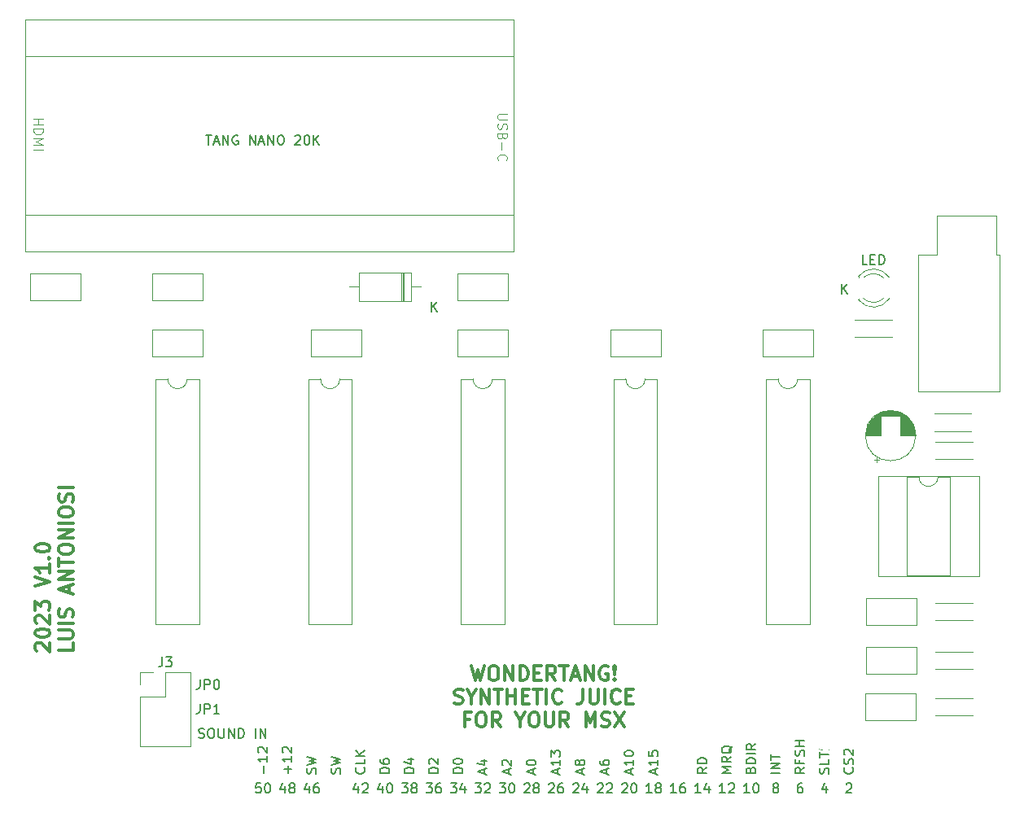
<source format=gbr>
%TF.GenerationSoftware,KiCad,Pcbnew,7.0.7*%
%TF.CreationDate,2023-09-28T21:36:31-07:00*%
%TF.ProjectId,WonrderTANG,576f6e72-6465-4725-9441-4e472e6b6963,rev?*%
%TF.SameCoordinates,Original*%
%TF.FileFunction,Legend,Top*%
%TF.FilePolarity,Positive*%
%FSLAX46Y46*%
G04 Gerber Fmt 4.6, Leading zero omitted, Abs format (unit mm)*
G04 Created by KiCad (PCBNEW 7.0.7) date 2023-09-28 21:36:31*
%MOMM*%
%LPD*%
G01*
G04 APERTURE LIST*
%ADD10C,0.150000*%
%ADD11C,0.300000*%
%ADD12C,0.100000*%
%ADD13C,0.120000*%
%ADD14C,1.600000*%
%ADD15R,2.200000X2.200000*%
%ADD16O,2.200000X2.200000*%
%ADD17R,2.400000X1.600000*%
%ADD18O,2.400000X1.600000*%
%ADD19C,1.400000*%
%ADD20O,1.400000X1.400000*%
%ADD21O,2.800000X1.800000*%
%ADD22C,4.900000*%
%ADD23R,1.270000X7.620000*%
%ADD24R,1.600000X2.400000*%
%ADD25O,1.600000X2.400000*%
%ADD26R,1.600000X1.600000*%
%ADD27R,1.800000X1.800000*%
%ADD28C,1.800000*%
%ADD29R,1.700000X1.700000*%
%ADD30O,1.700000X1.700000*%
G04 APERTURE END LIST*
D10*
X118618095Y-133535057D02*
X118665714Y-133487438D01*
X118665714Y-133487438D02*
X118760952Y-133439819D01*
X118760952Y-133439819D02*
X118999047Y-133439819D01*
X118999047Y-133439819D02*
X119094285Y-133487438D01*
X119094285Y-133487438D02*
X119141904Y-133535057D01*
X119141904Y-133535057D02*
X119189523Y-133630295D01*
X119189523Y-133630295D02*
X119189523Y-133725533D01*
X119189523Y-133725533D02*
X119141904Y-133868390D01*
X119141904Y-133868390D02*
X118570476Y-134439819D01*
X118570476Y-134439819D02*
X119189523Y-134439819D01*
X119808571Y-133439819D02*
X119903809Y-133439819D01*
X119903809Y-133439819D02*
X119999047Y-133487438D01*
X119999047Y-133487438D02*
X120046666Y-133535057D01*
X120046666Y-133535057D02*
X120094285Y-133630295D01*
X120094285Y-133630295D02*
X120141904Y-133820771D01*
X120141904Y-133820771D02*
X120141904Y-134058866D01*
X120141904Y-134058866D02*
X120094285Y-134249342D01*
X120094285Y-134249342D02*
X120046666Y-134344580D01*
X120046666Y-134344580D02*
X119999047Y-134392200D01*
X119999047Y-134392200D02*
X119903809Y-134439819D01*
X119903809Y-134439819D02*
X119808571Y-134439819D01*
X119808571Y-134439819D02*
X119713333Y-134392200D01*
X119713333Y-134392200D02*
X119665714Y-134344580D01*
X119665714Y-134344580D02*
X119618095Y-134249342D01*
X119618095Y-134249342D02*
X119570476Y-134058866D01*
X119570476Y-134058866D02*
X119570476Y-133820771D01*
X119570476Y-133820771D02*
X119618095Y-133630295D01*
X119618095Y-133630295D02*
X119665714Y-133535057D01*
X119665714Y-133535057D02*
X119713333Y-133487438D01*
X119713333Y-133487438D02*
X119808571Y-133439819D01*
X83893866Y-132378220D02*
X83893866Y-131616316D01*
X84274819Y-131997268D02*
X83512914Y-131997268D01*
X84274819Y-130616316D02*
X84274819Y-131187744D01*
X84274819Y-130902030D02*
X83274819Y-130902030D01*
X83274819Y-130902030D02*
X83417676Y-130997268D01*
X83417676Y-130997268D02*
X83512914Y-131092506D01*
X83512914Y-131092506D02*
X83560533Y-131187744D01*
X83370057Y-130235363D02*
X83322438Y-130187744D01*
X83322438Y-130187744D02*
X83274819Y-130092506D01*
X83274819Y-130092506D02*
X83274819Y-129854411D01*
X83274819Y-129854411D02*
X83322438Y-129759173D01*
X83322438Y-129759173D02*
X83370057Y-129711554D01*
X83370057Y-129711554D02*
X83465295Y-129663935D01*
X83465295Y-129663935D02*
X83560533Y-129663935D01*
X83560533Y-129663935D02*
X83703390Y-129711554D01*
X83703390Y-129711554D02*
X84274819Y-130282982D01*
X84274819Y-130282982D02*
X84274819Y-129663935D01*
X129349523Y-134439819D02*
X128778095Y-134439819D01*
X129063809Y-134439819D02*
X129063809Y-133439819D01*
X129063809Y-133439819D02*
X128968571Y-133582676D01*
X128968571Y-133582676D02*
X128873333Y-133677914D01*
X128873333Y-133677914D02*
X128778095Y-133725533D01*
X129730476Y-133535057D02*
X129778095Y-133487438D01*
X129778095Y-133487438D02*
X129873333Y-133439819D01*
X129873333Y-133439819D02*
X130111428Y-133439819D01*
X130111428Y-133439819D02*
X130206666Y-133487438D01*
X130206666Y-133487438D02*
X130254285Y-133535057D01*
X130254285Y-133535057D02*
X130301904Y-133630295D01*
X130301904Y-133630295D02*
X130301904Y-133725533D01*
X130301904Y-133725533D02*
X130254285Y-133868390D01*
X130254285Y-133868390D02*
X129682857Y-134439819D01*
X129682857Y-134439819D02*
X130301904Y-134439819D01*
X126809523Y-134439819D02*
X126238095Y-134439819D01*
X126523809Y-134439819D02*
X126523809Y-133439819D01*
X126523809Y-133439819D02*
X126428571Y-133582676D01*
X126428571Y-133582676D02*
X126333333Y-133677914D01*
X126333333Y-133677914D02*
X126238095Y-133725533D01*
X127666666Y-133773152D02*
X127666666Y-134439819D01*
X127428571Y-133392200D02*
X127190476Y-134106485D01*
X127190476Y-134106485D02*
X127809523Y-134106485D01*
X91154285Y-133773152D02*
X91154285Y-134439819D01*
X90916190Y-133392200D02*
X90678095Y-134106485D01*
X90678095Y-134106485D02*
X91297142Y-134106485D01*
X91630476Y-133535057D02*
X91678095Y-133487438D01*
X91678095Y-133487438D02*
X91773333Y-133439819D01*
X91773333Y-133439819D02*
X92011428Y-133439819D01*
X92011428Y-133439819D02*
X92106666Y-133487438D01*
X92106666Y-133487438D02*
X92154285Y-133535057D01*
X92154285Y-133535057D02*
X92201904Y-133630295D01*
X92201904Y-133630295D02*
X92201904Y-133725533D01*
X92201904Y-133725533D02*
X92154285Y-133868390D01*
X92154285Y-133868390D02*
X91582857Y-134439819D01*
X91582857Y-134439819D02*
X92201904Y-134439819D01*
X86767200Y-132425839D02*
X86814819Y-132282982D01*
X86814819Y-132282982D02*
X86814819Y-132044887D01*
X86814819Y-132044887D02*
X86767200Y-131949649D01*
X86767200Y-131949649D02*
X86719580Y-131902030D01*
X86719580Y-131902030D02*
X86624342Y-131854411D01*
X86624342Y-131854411D02*
X86529104Y-131854411D01*
X86529104Y-131854411D02*
X86433866Y-131902030D01*
X86433866Y-131902030D02*
X86386247Y-131949649D01*
X86386247Y-131949649D02*
X86338628Y-132044887D01*
X86338628Y-132044887D02*
X86291009Y-132235363D01*
X86291009Y-132235363D02*
X86243390Y-132330601D01*
X86243390Y-132330601D02*
X86195771Y-132378220D01*
X86195771Y-132378220D02*
X86100533Y-132425839D01*
X86100533Y-132425839D02*
X86005295Y-132425839D01*
X86005295Y-132425839D02*
X85910057Y-132378220D01*
X85910057Y-132378220D02*
X85862438Y-132330601D01*
X85862438Y-132330601D02*
X85814819Y-132235363D01*
X85814819Y-132235363D02*
X85814819Y-131997268D01*
X85814819Y-131997268D02*
X85862438Y-131854411D01*
X85814819Y-131521077D02*
X86814819Y-131282982D01*
X86814819Y-131282982D02*
X86100533Y-131092506D01*
X86100533Y-131092506D02*
X86814819Y-130902030D01*
X86814819Y-130902030D02*
X85814819Y-130663935D01*
X116078095Y-133535057D02*
X116125714Y-133487438D01*
X116125714Y-133487438D02*
X116220952Y-133439819D01*
X116220952Y-133439819D02*
X116459047Y-133439819D01*
X116459047Y-133439819D02*
X116554285Y-133487438D01*
X116554285Y-133487438D02*
X116601904Y-133535057D01*
X116601904Y-133535057D02*
X116649523Y-133630295D01*
X116649523Y-133630295D02*
X116649523Y-133725533D01*
X116649523Y-133725533D02*
X116601904Y-133868390D01*
X116601904Y-133868390D02*
X116030476Y-134439819D01*
X116030476Y-134439819D02*
X116649523Y-134439819D01*
X117030476Y-133535057D02*
X117078095Y-133487438D01*
X117078095Y-133487438D02*
X117173333Y-133439819D01*
X117173333Y-133439819D02*
X117411428Y-133439819D01*
X117411428Y-133439819D02*
X117506666Y-133487438D01*
X117506666Y-133487438D02*
X117554285Y-133535057D01*
X117554285Y-133535057D02*
X117601904Y-133630295D01*
X117601904Y-133630295D02*
X117601904Y-133725533D01*
X117601904Y-133725533D02*
X117554285Y-133868390D01*
X117554285Y-133868390D02*
X116982857Y-134439819D01*
X116982857Y-134439819D02*
X117601904Y-134439819D01*
X114469104Y-132425839D02*
X114469104Y-131949649D01*
X114754819Y-132521077D02*
X113754819Y-132187744D01*
X113754819Y-132187744D02*
X114754819Y-131854411D01*
X114183390Y-131378220D02*
X114135771Y-131473458D01*
X114135771Y-131473458D02*
X114088152Y-131521077D01*
X114088152Y-131521077D02*
X113992914Y-131568696D01*
X113992914Y-131568696D02*
X113945295Y-131568696D01*
X113945295Y-131568696D02*
X113850057Y-131521077D01*
X113850057Y-131521077D02*
X113802438Y-131473458D01*
X113802438Y-131473458D02*
X113754819Y-131378220D01*
X113754819Y-131378220D02*
X113754819Y-131187744D01*
X113754819Y-131187744D02*
X113802438Y-131092506D01*
X113802438Y-131092506D02*
X113850057Y-131044887D01*
X113850057Y-131044887D02*
X113945295Y-130997268D01*
X113945295Y-130997268D02*
X113992914Y-130997268D01*
X113992914Y-130997268D02*
X114088152Y-131044887D01*
X114088152Y-131044887D02*
X114135771Y-131092506D01*
X114135771Y-131092506D02*
X114183390Y-131187744D01*
X114183390Y-131187744D02*
X114183390Y-131378220D01*
X114183390Y-131378220D02*
X114231009Y-131473458D01*
X114231009Y-131473458D02*
X114278628Y-131521077D01*
X114278628Y-131521077D02*
X114373866Y-131568696D01*
X114373866Y-131568696D02*
X114564342Y-131568696D01*
X114564342Y-131568696D02*
X114659580Y-131521077D01*
X114659580Y-131521077D02*
X114707200Y-131473458D01*
X114707200Y-131473458D02*
X114754819Y-131378220D01*
X114754819Y-131378220D02*
X114754819Y-131187744D01*
X114754819Y-131187744D02*
X114707200Y-131092506D01*
X114707200Y-131092506D02*
X114659580Y-131044887D01*
X114659580Y-131044887D02*
X114564342Y-130997268D01*
X114564342Y-130997268D02*
X114373866Y-130997268D01*
X114373866Y-130997268D02*
X114278628Y-131044887D01*
X114278628Y-131044887D02*
X114231009Y-131092506D01*
X114231009Y-131092506D02*
X114183390Y-131187744D01*
X122089104Y-132425839D02*
X122089104Y-131949649D01*
X122374819Y-132521077D02*
X121374819Y-132187744D01*
X121374819Y-132187744D02*
X122374819Y-131854411D01*
X122374819Y-130997268D02*
X122374819Y-131568696D01*
X122374819Y-131282982D02*
X121374819Y-131282982D01*
X121374819Y-131282982D02*
X121517676Y-131378220D01*
X121517676Y-131378220D02*
X121612914Y-131473458D01*
X121612914Y-131473458D02*
X121660533Y-131568696D01*
X121374819Y-130092506D02*
X121374819Y-130568696D01*
X121374819Y-130568696D02*
X121851009Y-130616315D01*
X121851009Y-130616315D02*
X121803390Y-130568696D01*
X121803390Y-130568696D02*
X121755771Y-130473458D01*
X121755771Y-130473458D02*
X121755771Y-130235363D01*
X121755771Y-130235363D02*
X121803390Y-130140125D01*
X121803390Y-130140125D02*
X121851009Y-130092506D01*
X121851009Y-130092506D02*
X121946247Y-130044887D01*
X121946247Y-130044887D02*
X122184342Y-130044887D01*
X122184342Y-130044887D02*
X122279580Y-130092506D01*
X122279580Y-130092506D02*
X122327200Y-130140125D01*
X122327200Y-130140125D02*
X122374819Y-130235363D01*
X122374819Y-130235363D02*
X122374819Y-130473458D01*
X122374819Y-130473458D02*
X122327200Y-130568696D01*
X122327200Y-130568696D02*
X122279580Y-130616315D01*
X81353866Y-132378220D02*
X81353866Y-131616316D01*
X81734819Y-130616316D02*
X81734819Y-131187744D01*
X81734819Y-130902030D02*
X80734819Y-130902030D01*
X80734819Y-130902030D02*
X80877676Y-130997268D01*
X80877676Y-130997268D02*
X80972914Y-131092506D01*
X80972914Y-131092506D02*
X81020533Y-131187744D01*
X80830057Y-130235363D02*
X80782438Y-130187744D01*
X80782438Y-130187744D02*
X80734819Y-130092506D01*
X80734819Y-130092506D02*
X80734819Y-129854411D01*
X80734819Y-129854411D02*
X80782438Y-129759173D01*
X80782438Y-129759173D02*
X80830057Y-129711554D01*
X80830057Y-129711554D02*
X80925295Y-129663935D01*
X80925295Y-129663935D02*
X81020533Y-129663935D01*
X81020533Y-129663935D02*
X81163390Y-129711554D01*
X81163390Y-129711554D02*
X81734819Y-130282982D01*
X81734819Y-130282982D02*
X81734819Y-129663935D01*
X95710476Y-133439819D02*
X96329523Y-133439819D01*
X96329523Y-133439819D02*
X95996190Y-133820771D01*
X95996190Y-133820771D02*
X96139047Y-133820771D01*
X96139047Y-133820771D02*
X96234285Y-133868390D01*
X96234285Y-133868390D02*
X96281904Y-133916009D01*
X96281904Y-133916009D02*
X96329523Y-134011247D01*
X96329523Y-134011247D02*
X96329523Y-134249342D01*
X96329523Y-134249342D02*
X96281904Y-134344580D01*
X96281904Y-134344580D02*
X96234285Y-134392200D01*
X96234285Y-134392200D02*
X96139047Y-134439819D01*
X96139047Y-134439819D02*
X95853333Y-134439819D01*
X95853333Y-134439819D02*
X95758095Y-134392200D01*
X95758095Y-134392200D02*
X95710476Y-134344580D01*
X96900952Y-133868390D02*
X96805714Y-133820771D01*
X96805714Y-133820771D02*
X96758095Y-133773152D01*
X96758095Y-133773152D02*
X96710476Y-133677914D01*
X96710476Y-133677914D02*
X96710476Y-133630295D01*
X96710476Y-133630295D02*
X96758095Y-133535057D01*
X96758095Y-133535057D02*
X96805714Y-133487438D01*
X96805714Y-133487438D02*
X96900952Y-133439819D01*
X96900952Y-133439819D02*
X97091428Y-133439819D01*
X97091428Y-133439819D02*
X97186666Y-133487438D01*
X97186666Y-133487438D02*
X97234285Y-133535057D01*
X97234285Y-133535057D02*
X97281904Y-133630295D01*
X97281904Y-133630295D02*
X97281904Y-133677914D01*
X97281904Y-133677914D02*
X97234285Y-133773152D01*
X97234285Y-133773152D02*
X97186666Y-133820771D01*
X97186666Y-133820771D02*
X97091428Y-133868390D01*
X97091428Y-133868390D02*
X96900952Y-133868390D01*
X96900952Y-133868390D02*
X96805714Y-133916009D01*
X96805714Y-133916009D02*
X96758095Y-133963628D01*
X96758095Y-133963628D02*
X96710476Y-134058866D01*
X96710476Y-134058866D02*
X96710476Y-134249342D01*
X96710476Y-134249342D02*
X96758095Y-134344580D01*
X96758095Y-134344580D02*
X96805714Y-134392200D01*
X96805714Y-134392200D02*
X96900952Y-134439819D01*
X96900952Y-134439819D02*
X97091428Y-134439819D01*
X97091428Y-134439819D02*
X97186666Y-134392200D01*
X97186666Y-134392200D02*
X97234285Y-134344580D01*
X97234285Y-134344580D02*
X97281904Y-134249342D01*
X97281904Y-134249342D02*
X97281904Y-134058866D01*
X97281904Y-134058866D02*
X97234285Y-133963628D01*
X97234285Y-133963628D02*
X97186666Y-133916009D01*
X97186666Y-133916009D02*
X97091428Y-133868390D01*
X142599580Y-131806792D02*
X142647200Y-131854411D01*
X142647200Y-131854411D02*
X142694819Y-131997268D01*
X142694819Y-131997268D02*
X142694819Y-132092506D01*
X142694819Y-132092506D02*
X142647200Y-132235363D01*
X142647200Y-132235363D02*
X142551961Y-132330601D01*
X142551961Y-132330601D02*
X142456723Y-132378220D01*
X142456723Y-132378220D02*
X142266247Y-132425839D01*
X142266247Y-132425839D02*
X142123390Y-132425839D01*
X142123390Y-132425839D02*
X141932914Y-132378220D01*
X141932914Y-132378220D02*
X141837676Y-132330601D01*
X141837676Y-132330601D02*
X141742438Y-132235363D01*
X141742438Y-132235363D02*
X141694819Y-132092506D01*
X141694819Y-132092506D02*
X141694819Y-131997268D01*
X141694819Y-131997268D02*
X141742438Y-131854411D01*
X141742438Y-131854411D02*
X141790057Y-131806792D01*
X142647200Y-131425839D02*
X142694819Y-131282982D01*
X142694819Y-131282982D02*
X142694819Y-131044887D01*
X142694819Y-131044887D02*
X142647200Y-130949649D01*
X142647200Y-130949649D02*
X142599580Y-130902030D01*
X142599580Y-130902030D02*
X142504342Y-130854411D01*
X142504342Y-130854411D02*
X142409104Y-130854411D01*
X142409104Y-130854411D02*
X142313866Y-130902030D01*
X142313866Y-130902030D02*
X142266247Y-130949649D01*
X142266247Y-130949649D02*
X142218628Y-131044887D01*
X142218628Y-131044887D02*
X142171009Y-131235363D01*
X142171009Y-131235363D02*
X142123390Y-131330601D01*
X142123390Y-131330601D02*
X142075771Y-131378220D01*
X142075771Y-131378220D02*
X141980533Y-131425839D01*
X141980533Y-131425839D02*
X141885295Y-131425839D01*
X141885295Y-131425839D02*
X141790057Y-131378220D01*
X141790057Y-131378220D02*
X141742438Y-131330601D01*
X141742438Y-131330601D02*
X141694819Y-131235363D01*
X141694819Y-131235363D02*
X141694819Y-130997268D01*
X141694819Y-130997268D02*
X141742438Y-130854411D01*
X141790057Y-130473458D02*
X141742438Y-130425839D01*
X141742438Y-130425839D02*
X141694819Y-130330601D01*
X141694819Y-130330601D02*
X141694819Y-130092506D01*
X141694819Y-130092506D02*
X141742438Y-129997268D01*
X141742438Y-129997268D02*
X141790057Y-129949649D01*
X141790057Y-129949649D02*
X141885295Y-129902030D01*
X141885295Y-129902030D02*
X141980533Y-129902030D01*
X141980533Y-129902030D02*
X142123390Y-129949649D01*
X142123390Y-129949649D02*
X142694819Y-130521077D01*
X142694819Y-130521077D02*
X142694819Y-129902030D01*
X105870476Y-133439819D02*
X106489523Y-133439819D01*
X106489523Y-133439819D02*
X106156190Y-133820771D01*
X106156190Y-133820771D02*
X106299047Y-133820771D01*
X106299047Y-133820771D02*
X106394285Y-133868390D01*
X106394285Y-133868390D02*
X106441904Y-133916009D01*
X106441904Y-133916009D02*
X106489523Y-134011247D01*
X106489523Y-134011247D02*
X106489523Y-134249342D01*
X106489523Y-134249342D02*
X106441904Y-134344580D01*
X106441904Y-134344580D02*
X106394285Y-134392200D01*
X106394285Y-134392200D02*
X106299047Y-134439819D01*
X106299047Y-134439819D02*
X106013333Y-134439819D01*
X106013333Y-134439819D02*
X105918095Y-134392200D01*
X105918095Y-134392200D02*
X105870476Y-134344580D01*
X107108571Y-133439819D02*
X107203809Y-133439819D01*
X107203809Y-133439819D02*
X107299047Y-133487438D01*
X107299047Y-133487438D02*
X107346666Y-133535057D01*
X107346666Y-133535057D02*
X107394285Y-133630295D01*
X107394285Y-133630295D02*
X107441904Y-133820771D01*
X107441904Y-133820771D02*
X107441904Y-134058866D01*
X107441904Y-134058866D02*
X107394285Y-134249342D01*
X107394285Y-134249342D02*
X107346666Y-134344580D01*
X107346666Y-134344580D02*
X107299047Y-134392200D01*
X107299047Y-134392200D02*
X107203809Y-134439819D01*
X107203809Y-134439819D02*
X107108571Y-134439819D01*
X107108571Y-134439819D02*
X107013333Y-134392200D01*
X107013333Y-134392200D02*
X106965714Y-134344580D01*
X106965714Y-134344580D02*
X106918095Y-134249342D01*
X106918095Y-134249342D02*
X106870476Y-134058866D01*
X106870476Y-134058866D02*
X106870476Y-133820771D01*
X106870476Y-133820771D02*
X106918095Y-133630295D01*
X106918095Y-133630295D02*
X106965714Y-133535057D01*
X106965714Y-133535057D02*
X107013333Y-133487438D01*
X107013333Y-133487438D02*
X107108571Y-133439819D01*
X96974819Y-132378220D02*
X95974819Y-132378220D01*
X95974819Y-132378220D02*
X95974819Y-132140125D01*
X95974819Y-132140125D02*
X96022438Y-131997268D01*
X96022438Y-131997268D02*
X96117676Y-131902030D01*
X96117676Y-131902030D02*
X96212914Y-131854411D01*
X96212914Y-131854411D02*
X96403390Y-131806792D01*
X96403390Y-131806792D02*
X96546247Y-131806792D01*
X96546247Y-131806792D02*
X96736723Y-131854411D01*
X96736723Y-131854411D02*
X96831961Y-131902030D01*
X96831961Y-131902030D02*
X96927200Y-131997268D01*
X96927200Y-131997268D02*
X96974819Y-132140125D01*
X96974819Y-132140125D02*
X96974819Y-132378220D01*
X96308152Y-130949649D02*
X96974819Y-130949649D01*
X95927200Y-131187744D02*
X96641485Y-131425839D01*
X96641485Y-131425839D02*
X96641485Y-130806792D01*
X91799580Y-131806792D02*
X91847200Y-131854411D01*
X91847200Y-131854411D02*
X91894819Y-131997268D01*
X91894819Y-131997268D02*
X91894819Y-132092506D01*
X91894819Y-132092506D02*
X91847200Y-132235363D01*
X91847200Y-132235363D02*
X91751961Y-132330601D01*
X91751961Y-132330601D02*
X91656723Y-132378220D01*
X91656723Y-132378220D02*
X91466247Y-132425839D01*
X91466247Y-132425839D02*
X91323390Y-132425839D01*
X91323390Y-132425839D02*
X91132914Y-132378220D01*
X91132914Y-132378220D02*
X91037676Y-132330601D01*
X91037676Y-132330601D02*
X90942438Y-132235363D01*
X90942438Y-132235363D02*
X90894819Y-132092506D01*
X90894819Y-132092506D02*
X90894819Y-131997268D01*
X90894819Y-131997268D02*
X90942438Y-131854411D01*
X90942438Y-131854411D02*
X90990057Y-131806792D01*
X91894819Y-130902030D02*
X91894819Y-131378220D01*
X91894819Y-131378220D02*
X90894819Y-131378220D01*
X91894819Y-130568696D02*
X90894819Y-130568696D01*
X91894819Y-129997268D02*
X91323390Y-130425839D01*
X90894819Y-129997268D02*
X91466247Y-130568696D01*
X119549104Y-132425839D02*
X119549104Y-131949649D01*
X119834819Y-132521077D02*
X118834819Y-132187744D01*
X118834819Y-132187744D02*
X119834819Y-131854411D01*
X119834819Y-130997268D02*
X119834819Y-131568696D01*
X119834819Y-131282982D02*
X118834819Y-131282982D01*
X118834819Y-131282982D02*
X118977676Y-131378220D01*
X118977676Y-131378220D02*
X119072914Y-131473458D01*
X119072914Y-131473458D02*
X119120533Y-131568696D01*
X118834819Y-130378220D02*
X118834819Y-130282982D01*
X118834819Y-130282982D02*
X118882438Y-130187744D01*
X118882438Y-130187744D02*
X118930057Y-130140125D01*
X118930057Y-130140125D02*
X119025295Y-130092506D01*
X119025295Y-130092506D02*
X119215771Y-130044887D01*
X119215771Y-130044887D02*
X119453866Y-130044887D01*
X119453866Y-130044887D02*
X119644342Y-130092506D01*
X119644342Y-130092506D02*
X119739580Y-130140125D01*
X119739580Y-130140125D02*
X119787200Y-130187744D01*
X119787200Y-130187744D02*
X119834819Y-130282982D01*
X119834819Y-130282982D02*
X119834819Y-130378220D01*
X119834819Y-130378220D02*
X119787200Y-130473458D01*
X119787200Y-130473458D02*
X119739580Y-130521077D01*
X119739580Y-130521077D02*
X119644342Y-130568696D01*
X119644342Y-130568696D02*
X119453866Y-130616315D01*
X119453866Y-130616315D02*
X119215771Y-130616315D01*
X119215771Y-130616315D02*
X119025295Y-130568696D01*
X119025295Y-130568696D02*
X118930057Y-130521077D01*
X118930057Y-130521077D02*
X118882438Y-130473458D01*
X118882438Y-130473458D02*
X118834819Y-130378220D01*
X113538095Y-133535057D02*
X113585714Y-133487438D01*
X113585714Y-133487438D02*
X113680952Y-133439819D01*
X113680952Y-133439819D02*
X113919047Y-133439819D01*
X113919047Y-133439819D02*
X114014285Y-133487438D01*
X114014285Y-133487438D02*
X114061904Y-133535057D01*
X114061904Y-133535057D02*
X114109523Y-133630295D01*
X114109523Y-133630295D02*
X114109523Y-133725533D01*
X114109523Y-133725533D02*
X114061904Y-133868390D01*
X114061904Y-133868390D02*
X113490476Y-134439819D01*
X113490476Y-134439819D02*
X114109523Y-134439819D01*
X114966666Y-133773152D02*
X114966666Y-134439819D01*
X114728571Y-133392200D02*
X114490476Y-134106485D01*
X114490476Y-134106485D02*
X115109523Y-134106485D01*
X83534285Y-133773152D02*
X83534285Y-134439819D01*
X83296190Y-133392200D02*
X83058095Y-134106485D01*
X83058095Y-134106485D02*
X83677142Y-134106485D01*
X84200952Y-133868390D02*
X84105714Y-133820771D01*
X84105714Y-133820771D02*
X84058095Y-133773152D01*
X84058095Y-133773152D02*
X84010476Y-133677914D01*
X84010476Y-133677914D02*
X84010476Y-133630295D01*
X84010476Y-133630295D02*
X84058095Y-133535057D01*
X84058095Y-133535057D02*
X84105714Y-133487438D01*
X84105714Y-133487438D02*
X84200952Y-133439819D01*
X84200952Y-133439819D02*
X84391428Y-133439819D01*
X84391428Y-133439819D02*
X84486666Y-133487438D01*
X84486666Y-133487438D02*
X84534285Y-133535057D01*
X84534285Y-133535057D02*
X84581904Y-133630295D01*
X84581904Y-133630295D02*
X84581904Y-133677914D01*
X84581904Y-133677914D02*
X84534285Y-133773152D01*
X84534285Y-133773152D02*
X84486666Y-133820771D01*
X84486666Y-133820771D02*
X84391428Y-133868390D01*
X84391428Y-133868390D02*
X84200952Y-133868390D01*
X84200952Y-133868390D02*
X84105714Y-133916009D01*
X84105714Y-133916009D02*
X84058095Y-133963628D01*
X84058095Y-133963628D02*
X84010476Y-134058866D01*
X84010476Y-134058866D02*
X84010476Y-134249342D01*
X84010476Y-134249342D02*
X84058095Y-134344580D01*
X84058095Y-134344580D02*
X84105714Y-134392200D01*
X84105714Y-134392200D02*
X84200952Y-134439819D01*
X84200952Y-134439819D02*
X84391428Y-134439819D01*
X84391428Y-134439819D02*
X84486666Y-134392200D01*
X84486666Y-134392200D02*
X84534285Y-134344580D01*
X84534285Y-134344580D02*
X84581904Y-134249342D01*
X84581904Y-134249342D02*
X84581904Y-134058866D01*
X84581904Y-134058866D02*
X84534285Y-133963628D01*
X84534285Y-133963628D02*
X84486666Y-133916009D01*
X84486666Y-133916009D02*
X84391428Y-133868390D01*
X86074285Y-133773152D02*
X86074285Y-134439819D01*
X85836190Y-133392200D02*
X85598095Y-134106485D01*
X85598095Y-134106485D02*
X86217142Y-134106485D01*
X87026666Y-133439819D02*
X86836190Y-133439819D01*
X86836190Y-133439819D02*
X86740952Y-133487438D01*
X86740952Y-133487438D02*
X86693333Y-133535057D01*
X86693333Y-133535057D02*
X86598095Y-133677914D01*
X86598095Y-133677914D02*
X86550476Y-133868390D01*
X86550476Y-133868390D02*
X86550476Y-134249342D01*
X86550476Y-134249342D02*
X86598095Y-134344580D01*
X86598095Y-134344580D02*
X86645714Y-134392200D01*
X86645714Y-134392200D02*
X86740952Y-134439819D01*
X86740952Y-134439819D02*
X86931428Y-134439819D01*
X86931428Y-134439819D02*
X87026666Y-134392200D01*
X87026666Y-134392200D02*
X87074285Y-134344580D01*
X87074285Y-134344580D02*
X87121904Y-134249342D01*
X87121904Y-134249342D02*
X87121904Y-134011247D01*
X87121904Y-134011247D02*
X87074285Y-133916009D01*
X87074285Y-133916009D02*
X87026666Y-133868390D01*
X87026666Y-133868390D02*
X86931428Y-133820771D01*
X86931428Y-133820771D02*
X86740952Y-133820771D01*
X86740952Y-133820771D02*
X86645714Y-133868390D01*
X86645714Y-133868390D02*
X86598095Y-133916009D01*
X86598095Y-133916009D02*
X86550476Y-134011247D01*
X134524762Y-133868390D02*
X134429524Y-133820771D01*
X134429524Y-133820771D02*
X134381905Y-133773152D01*
X134381905Y-133773152D02*
X134334286Y-133677914D01*
X134334286Y-133677914D02*
X134334286Y-133630295D01*
X134334286Y-133630295D02*
X134381905Y-133535057D01*
X134381905Y-133535057D02*
X134429524Y-133487438D01*
X134429524Y-133487438D02*
X134524762Y-133439819D01*
X134524762Y-133439819D02*
X134715238Y-133439819D01*
X134715238Y-133439819D02*
X134810476Y-133487438D01*
X134810476Y-133487438D02*
X134858095Y-133535057D01*
X134858095Y-133535057D02*
X134905714Y-133630295D01*
X134905714Y-133630295D02*
X134905714Y-133677914D01*
X134905714Y-133677914D02*
X134858095Y-133773152D01*
X134858095Y-133773152D02*
X134810476Y-133820771D01*
X134810476Y-133820771D02*
X134715238Y-133868390D01*
X134715238Y-133868390D02*
X134524762Y-133868390D01*
X134524762Y-133868390D02*
X134429524Y-133916009D01*
X134429524Y-133916009D02*
X134381905Y-133963628D01*
X134381905Y-133963628D02*
X134334286Y-134058866D01*
X134334286Y-134058866D02*
X134334286Y-134249342D01*
X134334286Y-134249342D02*
X134381905Y-134344580D01*
X134381905Y-134344580D02*
X134429524Y-134392200D01*
X134429524Y-134392200D02*
X134524762Y-134439819D01*
X134524762Y-134439819D02*
X134715238Y-134439819D01*
X134715238Y-134439819D02*
X134810476Y-134392200D01*
X134810476Y-134392200D02*
X134858095Y-134344580D01*
X134858095Y-134344580D02*
X134905714Y-134249342D01*
X134905714Y-134249342D02*
X134905714Y-134058866D01*
X134905714Y-134058866D02*
X134858095Y-133963628D01*
X134858095Y-133963628D02*
X134810476Y-133916009D01*
X134810476Y-133916009D02*
X134715238Y-133868390D01*
X100790476Y-133439819D02*
X101409523Y-133439819D01*
X101409523Y-133439819D02*
X101076190Y-133820771D01*
X101076190Y-133820771D02*
X101219047Y-133820771D01*
X101219047Y-133820771D02*
X101314285Y-133868390D01*
X101314285Y-133868390D02*
X101361904Y-133916009D01*
X101361904Y-133916009D02*
X101409523Y-134011247D01*
X101409523Y-134011247D02*
X101409523Y-134249342D01*
X101409523Y-134249342D02*
X101361904Y-134344580D01*
X101361904Y-134344580D02*
X101314285Y-134392200D01*
X101314285Y-134392200D02*
X101219047Y-134439819D01*
X101219047Y-134439819D02*
X100933333Y-134439819D01*
X100933333Y-134439819D02*
X100838095Y-134392200D01*
X100838095Y-134392200D02*
X100790476Y-134344580D01*
X102266666Y-133773152D02*
X102266666Y-134439819D01*
X102028571Y-133392200D02*
X101790476Y-134106485D01*
X101790476Y-134106485D02*
X102409523Y-134106485D01*
X132011009Y-132044887D02*
X132058628Y-131902030D01*
X132058628Y-131902030D02*
X132106247Y-131854411D01*
X132106247Y-131854411D02*
X132201485Y-131806792D01*
X132201485Y-131806792D02*
X132344342Y-131806792D01*
X132344342Y-131806792D02*
X132439580Y-131854411D01*
X132439580Y-131854411D02*
X132487200Y-131902030D01*
X132487200Y-131902030D02*
X132534819Y-131997268D01*
X132534819Y-131997268D02*
X132534819Y-132378220D01*
X132534819Y-132378220D02*
X131534819Y-132378220D01*
X131534819Y-132378220D02*
X131534819Y-132044887D01*
X131534819Y-132044887D02*
X131582438Y-131949649D01*
X131582438Y-131949649D02*
X131630057Y-131902030D01*
X131630057Y-131902030D02*
X131725295Y-131854411D01*
X131725295Y-131854411D02*
X131820533Y-131854411D01*
X131820533Y-131854411D02*
X131915771Y-131902030D01*
X131915771Y-131902030D02*
X131963390Y-131949649D01*
X131963390Y-131949649D02*
X132011009Y-132044887D01*
X132011009Y-132044887D02*
X132011009Y-132378220D01*
X132534819Y-131378220D02*
X131534819Y-131378220D01*
X131534819Y-131378220D02*
X131534819Y-131140125D01*
X131534819Y-131140125D02*
X131582438Y-130997268D01*
X131582438Y-130997268D02*
X131677676Y-130902030D01*
X131677676Y-130902030D02*
X131772914Y-130854411D01*
X131772914Y-130854411D02*
X131963390Y-130806792D01*
X131963390Y-130806792D02*
X132106247Y-130806792D01*
X132106247Y-130806792D02*
X132296723Y-130854411D01*
X132296723Y-130854411D02*
X132391961Y-130902030D01*
X132391961Y-130902030D02*
X132487200Y-130997268D01*
X132487200Y-130997268D02*
X132534819Y-131140125D01*
X132534819Y-131140125D02*
X132534819Y-131378220D01*
X132534819Y-130378220D02*
X131534819Y-130378220D01*
X132534819Y-129330602D02*
X132058628Y-129663935D01*
X132534819Y-129902030D02*
X131534819Y-129902030D01*
X131534819Y-129902030D02*
X131534819Y-129521078D01*
X131534819Y-129521078D02*
X131582438Y-129425840D01*
X131582438Y-129425840D02*
X131630057Y-129378221D01*
X131630057Y-129378221D02*
X131725295Y-129330602D01*
X131725295Y-129330602D02*
X131868152Y-129330602D01*
X131868152Y-129330602D02*
X131963390Y-129378221D01*
X131963390Y-129378221D02*
X132011009Y-129425840D01*
X132011009Y-129425840D02*
X132058628Y-129521078D01*
X132058628Y-129521078D02*
X132058628Y-129902030D01*
X108458095Y-133535057D02*
X108505714Y-133487438D01*
X108505714Y-133487438D02*
X108600952Y-133439819D01*
X108600952Y-133439819D02*
X108839047Y-133439819D01*
X108839047Y-133439819D02*
X108934285Y-133487438D01*
X108934285Y-133487438D02*
X108981904Y-133535057D01*
X108981904Y-133535057D02*
X109029523Y-133630295D01*
X109029523Y-133630295D02*
X109029523Y-133725533D01*
X109029523Y-133725533D02*
X108981904Y-133868390D01*
X108981904Y-133868390D02*
X108410476Y-134439819D01*
X108410476Y-134439819D02*
X109029523Y-134439819D01*
X109600952Y-133868390D02*
X109505714Y-133820771D01*
X109505714Y-133820771D02*
X109458095Y-133773152D01*
X109458095Y-133773152D02*
X109410476Y-133677914D01*
X109410476Y-133677914D02*
X109410476Y-133630295D01*
X109410476Y-133630295D02*
X109458095Y-133535057D01*
X109458095Y-133535057D02*
X109505714Y-133487438D01*
X109505714Y-133487438D02*
X109600952Y-133439819D01*
X109600952Y-133439819D02*
X109791428Y-133439819D01*
X109791428Y-133439819D02*
X109886666Y-133487438D01*
X109886666Y-133487438D02*
X109934285Y-133535057D01*
X109934285Y-133535057D02*
X109981904Y-133630295D01*
X109981904Y-133630295D02*
X109981904Y-133677914D01*
X109981904Y-133677914D02*
X109934285Y-133773152D01*
X109934285Y-133773152D02*
X109886666Y-133820771D01*
X109886666Y-133820771D02*
X109791428Y-133868390D01*
X109791428Y-133868390D02*
X109600952Y-133868390D01*
X109600952Y-133868390D02*
X109505714Y-133916009D01*
X109505714Y-133916009D02*
X109458095Y-133963628D01*
X109458095Y-133963628D02*
X109410476Y-134058866D01*
X109410476Y-134058866D02*
X109410476Y-134249342D01*
X109410476Y-134249342D02*
X109458095Y-134344580D01*
X109458095Y-134344580D02*
X109505714Y-134392200D01*
X109505714Y-134392200D02*
X109600952Y-134439819D01*
X109600952Y-134439819D02*
X109791428Y-134439819D01*
X109791428Y-134439819D02*
X109886666Y-134392200D01*
X109886666Y-134392200D02*
X109934285Y-134344580D01*
X109934285Y-134344580D02*
X109981904Y-134249342D01*
X109981904Y-134249342D02*
X109981904Y-134058866D01*
X109981904Y-134058866D02*
X109934285Y-133963628D01*
X109934285Y-133963628D02*
X109886666Y-133916009D01*
X109886666Y-133916009D02*
X109791428Y-133868390D01*
X81041904Y-133439819D02*
X80565714Y-133439819D01*
X80565714Y-133439819D02*
X80518095Y-133916009D01*
X80518095Y-133916009D02*
X80565714Y-133868390D01*
X80565714Y-133868390D02*
X80660952Y-133820771D01*
X80660952Y-133820771D02*
X80899047Y-133820771D01*
X80899047Y-133820771D02*
X80994285Y-133868390D01*
X80994285Y-133868390D02*
X81041904Y-133916009D01*
X81041904Y-133916009D02*
X81089523Y-134011247D01*
X81089523Y-134011247D02*
X81089523Y-134249342D01*
X81089523Y-134249342D02*
X81041904Y-134344580D01*
X81041904Y-134344580D02*
X80994285Y-134392200D01*
X80994285Y-134392200D02*
X80899047Y-134439819D01*
X80899047Y-134439819D02*
X80660952Y-134439819D01*
X80660952Y-134439819D02*
X80565714Y-134392200D01*
X80565714Y-134392200D02*
X80518095Y-134344580D01*
X81708571Y-133439819D02*
X81803809Y-133439819D01*
X81803809Y-133439819D02*
X81899047Y-133487438D01*
X81899047Y-133487438D02*
X81946666Y-133535057D01*
X81946666Y-133535057D02*
X81994285Y-133630295D01*
X81994285Y-133630295D02*
X82041904Y-133820771D01*
X82041904Y-133820771D02*
X82041904Y-134058866D01*
X82041904Y-134058866D02*
X81994285Y-134249342D01*
X81994285Y-134249342D02*
X81946666Y-134344580D01*
X81946666Y-134344580D02*
X81899047Y-134392200D01*
X81899047Y-134392200D02*
X81803809Y-134439819D01*
X81803809Y-134439819D02*
X81708571Y-134439819D01*
X81708571Y-134439819D02*
X81613333Y-134392200D01*
X81613333Y-134392200D02*
X81565714Y-134344580D01*
X81565714Y-134344580D02*
X81518095Y-134249342D01*
X81518095Y-134249342D02*
X81470476Y-134058866D01*
X81470476Y-134058866D02*
X81470476Y-133820771D01*
X81470476Y-133820771D02*
X81518095Y-133630295D01*
X81518095Y-133630295D02*
X81565714Y-133535057D01*
X81565714Y-133535057D02*
X81613333Y-133487438D01*
X81613333Y-133487438D02*
X81708571Y-133439819D01*
X98250476Y-133439819D02*
X98869523Y-133439819D01*
X98869523Y-133439819D02*
X98536190Y-133820771D01*
X98536190Y-133820771D02*
X98679047Y-133820771D01*
X98679047Y-133820771D02*
X98774285Y-133868390D01*
X98774285Y-133868390D02*
X98821904Y-133916009D01*
X98821904Y-133916009D02*
X98869523Y-134011247D01*
X98869523Y-134011247D02*
X98869523Y-134249342D01*
X98869523Y-134249342D02*
X98821904Y-134344580D01*
X98821904Y-134344580D02*
X98774285Y-134392200D01*
X98774285Y-134392200D02*
X98679047Y-134439819D01*
X98679047Y-134439819D02*
X98393333Y-134439819D01*
X98393333Y-134439819D02*
X98298095Y-134392200D01*
X98298095Y-134392200D02*
X98250476Y-134344580D01*
X99726666Y-133439819D02*
X99536190Y-133439819D01*
X99536190Y-133439819D02*
X99440952Y-133487438D01*
X99440952Y-133487438D02*
X99393333Y-133535057D01*
X99393333Y-133535057D02*
X99298095Y-133677914D01*
X99298095Y-133677914D02*
X99250476Y-133868390D01*
X99250476Y-133868390D02*
X99250476Y-134249342D01*
X99250476Y-134249342D02*
X99298095Y-134344580D01*
X99298095Y-134344580D02*
X99345714Y-134392200D01*
X99345714Y-134392200D02*
X99440952Y-134439819D01*
X99440952Y-134439819D02*
X99631428Y-134439819D01*
X99631428Y-134439819D02*
X99726666Y-134392200D01*
X99726666Y-134392200D02*
X99774285Y-134344580D01*
X99774285Y-134344580D02*
X99821904Y-134249342D01*
X99821904Y-134249342D02*
X99821904Y-134011247D01*
X99821904Y-134011247D02*
X99774285Y-133916009D01*
X99774285Y-133916009D02*
X99726666Y-133868390D01*
X99726666Y-133868390D02*
X99631428Y-133820771D01*
X99631428Y-133820771D02*
X99440952Y-133820771D01*
X99440952Y-133820771D02*
X99345714Y-133868390D01*
X99345714Y-133868390D02*
X99298095Y-133916009D01*
X99298095Y-133916009D02*
X99250476Y-134011247D01*
X99514819Y-132378220D02*
X98514819Y-132378220D01*
X98514819Y-132378220D02*
X98514819Y-132140125D01*
X98514819Y-132140125D02*
X98562438Y-131997268D01*
X98562438Y-131997268D02*
X98657676Y-131902030D01*
X98657676Y-131902030D02*
X98752914Y-131854411D01*
X98752914Y-131854411D02*
X98943390Y-131806792D01*
X98943390Y-131806792D02*
X99086247Y-131806792D01*
X99086247Y-131806792D02*
X99276723Y-131854411D01*
X99276723Y-131854411D02*
X99371961Y-131902030D01*
X99371961Y-131902030D02*
X99467200Y-131997268D01*
X99467200Y-131997268D02*
X99514819Y-132140125D01*
X99514819Y-132140125D02*
X99514819Y-132378220D01*
X98610057Y-131425839D02*
X98562438Y-131378220D01*
X98562438Y-131378220D02*
X98514819Y-131282982D01*
X98514819Y-131282982D02*
X98514819Y-131044887D01*
X98514819Y-131044887D02*
X98562438Y-130949649D01*
X98562438Y-130949649D02*
X98610057Y-130902030D01*
X98610057Y-130902030D02*
X98705295Y-130854411D01*
X98705295Y-130854411D02*
X98800533Y-130854411D01*
X98800533Y-130854411D02*
X98943390Y-130902030D01*
X98943390Y-130902030D02*
X99514819Y-131473458D01*
X99514819Y-131473458D02*
X99514819Y-130854411D01*
X111929104Y-132425839D02*
X111929104Y-131949649D01*
X112214819Y-132521077D02*
X111214819Y-132187744D01*
X111214819Y-132187744D02*
X112214819Y-131854411D01*
X112214819Y-130997268D02*
X112214819Y-131568696D01*
X112214819Y-131282982D02*
X111214819Y-131282982D01*
X111214819Y-131282982D02*
X111357676Y-131378220D01*
X111357676Y-131378220D02*
X111452914Y-131473458D01*
X111452914Y-131473458D02*
X111500533Y-131568696D01*
X111214819Y-130663934D02*
X111214819Y-130044887D01*
X111214819Y-130044887D02*
X111595771Y-130378220D01*
X111595771Y-130378220D02*
X111595771Y-130235363D01*
X111595771Y-130235363D02*
X111643390Y-130140125D01*
X111643390Y-130140125D02*
X111691009Y-130092506D01*
X111691009Y-130092506D02*
X111786247Y-130044887D01*
X111786247Y-130044887D02*
X112024342Y-130044887D01*
X112024342Y-130044887D02*
X112119580Y-130092506D01*
X112119580Y-130092506D02*
X112167200Y-130140125D01*
X112167200Y-130140125D02*
X112214819Y-130235363D01*
X112214819Y-130235363D02*
X112214819Y-130521077D01*
X112214819Y-130521077D02*
X112167200Y-130616315D01*
X112167200Y-130616315D02*
X112119580Y-130663934D01*
X109389104Y-132425839D02*
X109389104Y-131949649D01*
X109674819Y-132521077D02*
X108674819Y-132187744D01*
X108674819Y-132187744D02*
X109674819Y-131854411D01*
X108674819Y-131330601D02*
X108674819Y-131235363D01*
X108674819Y-131235363D02*
X108722438Y-131140125D01*
X108722438Y-131140125D02*
X108770057Y-131092506D01*
X108770057Y-131092506D02*
X108865295Y-131044887D01*
X108865295Y-131044887D02*
X109055771Y-130997268D01*
X109055771Y-130997268D02*
X109293866Y-130997268D01*
X109293866Y-130997268D02*
X109484342Y-131044887D01*
X109484342Y-131044887D02*
X109579580Y-131092506D01*
X109579580Y-131092506D02*
X109627200Y-131140125D01*
X109627200Y-131140125D02*
X109674819Y-131235363D01*
X109674819Y-131235363D02*
X109674819Y-131330601D01*
X109674819Y-131330601D02*
X109627200Y-131425839D01*
X109627200Y-131425839D02*
X109579580Y-131473458D01*
X109579580Y-131473458D02*
X109484342Y-131521077D01*
X109484342Y-131521077D02*
X109293866Y-131568696D01*
X109293866Y-131568696D02*
X109055771Y-131568696D01*
X109055771Y-131568696D02*
X108865295Y-131521077D01*
X108865295Y-131521077D02*
X108770057Y-131473458D01*
X108770057Y-131473458D02*
X108722438Y-131425839D01*
X108722438Y-131425839D02*
X108674819Y-131330601D01*
X117009104Y-132425839D02*
X117009104Y-131949649D01*
X117294819Y-132521077D02*
X116294819Y-132187744D01*
X116294819Y-132187744D02*
X117294819Y-131854411D01*
X116294819Y-131092506D02*
X116294819Y-131282982D01*
X116294819Y-131282982D02*
X116342438Y-131378220D01*
X116342438Y-131378220D02*
X116390057Y-131425839D01*
X116390057Y-131425839D02*
X116532914Y-131521077D01*
X116532914Y-131521077D02*
X116723390Y-131568696D01*
X116723390Y-131568696D02*
X117104342Y-131568696D01*
X117104342Y-131568696D02*
X117199580Y-131521077D01*
X117199580Y-131521077D02*
X117247200Y-131473458D01*
X117247200Y-131473458D02*
X117294819Y-131378220D01*
X117294819Y-131378220D02*
X117294819Y-131187744D01*
X117294819Y-131187744D02*
X117247200Y-131092506D01*
X117247200Y-131092506D02*
X117199580Y-131044887D01*
X117199580Y-131044887D02*
X117104342Y-130997268D01*
X117104342Y-130997268D02*
X116866247Y-130997268D01*
X116866247Y-130997268D02*
X116771009Y-131044887D01*
X116771009Y-131044887D02*
X116723390Y-131092506D01*
X116723390Y-131092506D02*
X116675771Y-131187744D01*
X116675771Y-131187744D02*
X116675771Y-131378220D01*
X116675771Y-131378220D02*
X116723390Y-131473458D01*
X116723390Y-131473458D02*
X116771009Y-131521077D01*
X116771009Y-131521077D02*
X116866247Y-131568696D01*
X121729523Y-134439819D02*
X121158095Y-134439819D01*
X121443809Y-134439819D02*
X121443809Y-133439819D01*
X121443809Y-133439819D02*
X121348571Y-133582676D01*
X121348571Y-133582676D02*
X121253333Y-133677914D01*
X121253333Y-133677914D02*
X121158095Y-133725533D01*
X122300952Y-133868390D02*
X122205714Y-133820771D01*
X122205714Y-133820771D02*
X122158095Y-133773152D01*
X122158095Y-133773152D02*
X122110476Y-133677914D01*
X122110476Y-133677914D02*
X122110476Y-133630295D01*
X122110476Y-133630295D02*
X122158095Y-133535057D01*
X122158095Y-133535057D02*
X122205714Y-133487438D01*
X122205714Y-133487438D02*
X122300952Y-133439819D01*
X122300952Y-133439819D02*
X122491428Y-133439819D01*
X122491428Y-133439819D02*
X122586666Y-133487438D01*
X122586666Y-133487438D02*
X122634285Y-133535057D01*
X122634285Y-133535057D02*
X122681904Y-133630295D01*
X122681904Y-133630295D02*
X122681904Y-133677914D01*
X122681904Y-133677914D02*
X122634285Y-133773152D01*
X122634285Y-133773152D02*
X122586666Y-133820771D01*
X122586666Y-133820771D02*
X122491428Y-133868390D01*
X122491428Y-133868390D02*
X122300952Y-133868390D01*
X122300952Y-133868390D02*
X122205714Y-133916009D01*
X122205714Y-133916009D02*
X122158095Y-133963628D01*
X122158095Y-133963628D02*
X122110476Y-134058866D01*
X122110476Y-134058866D02*
X122110476Y-134249342D01*
X122110476Y-134249342D02*
X122158095Y-134344580D01*
X122158095Y-134344580D02*
X122205714Y-134392200D01*
X122205714Y-134392200D02*
X122300952Y-134439819D01*
X122300952Y-134439819D02*
X122491428Y-134439819D01*
X122491428Y-134439819D02*
X122586666Y-134392200D01*
X122586666Y-134392200D02*
X122634285Y-134344580D01*
X122634285Y-134344580D02*
X122681904Y-134249342D01*
X122681904Y-134249342D02*
X122681904Y-134058866D01*
X122681904Y-134058866D02*
X122634285Y-133963628D01*
X122634285Y-133963628D02*
X122586666Y-133916009D01*
X122586666Y-133916009D02*
X122491428Y-133868390D01*
X141954286Y-133535057D02*
X142001905Y-133487438D01*
X142001905Y-133487438D02*
X142097143Y-133439819D01*
X142097143Y-133439819D02*
X142335238Y-133439819D01*
X142335238Y-133439819D02*
X142430476Y-133487438D01*
X142430476Y-133487438D02*
X142478095Y-133535057D01*
X142478095Y-133535057D02*
X142525714Y-133630295D01*
X142525714Y-133630295D02*
X142525714Y-133725533D01*
X142525714Y-133725533D02*
X142478095Y-133868390D01*
X142478095Y-133868390D02*
X141906667Y-134439819D01*
X141906667Y-134439819D02*
X142525714Y-134439819D01*
X127454819Y-131806792D02*
X126978628Y-132140125D01*
X127454819Y-132378220D02*
X126454819Y-132378220D01*
X126454819Y-132378220D02*
X126454819Y-131997268D01*
X126454819Y-131997268D02*
X126502438Y-131902030D01*
X126502438Y-131902030D02*
X126550057Y-131854411D01*
X126550057Y-131854411D02*
X126645295Y-131806792D01*
X126645295Y-131806792D02*
X126788152Y-131806792D01*
X126788152Y-131806792D02*
X126883390Y-131854411D01*
X126883390Y-131854411D02*
X126931009Y-131902030D01*
X126931009Y-131902030D02*
X126978628Y-131997268D01*
X126978628Y-131997268D02*
X126978628Y-132378220D01*
X127454819Y-131378220D02*
X126454819Y-131378220D01*
X126454819Y-131378220D02*
X126454819Y-131140125D01*
X126454819Y-131140125D02*
X126502438Y-130997268D01*
X126502438Y-130997268D02*
X126597676Y-130902030D01*
X126597676Y-130902030D02*
X126692914Y-130854411D01*
X126692914Y-130854411D02*
X126883390Y-130806792D01*
X126883390Y-130806792D02*
X127026247Y-130806792D01*
X127026247Y-130806792D02*
X127216723Y-130854411D01*
X127216723Y-130854411D02*
X127311961Y-130902030D01*
X127311961Y-130902030D02*
X127407200Y-130997268D01*
X127407200Y-130997268D02*
X127454819Y-131140125D01*
X127454819Y-131140125D02*
X127454819Y-131378220D01*
X110998095Y-133535057D02*
X111045714Y-133487438D01*
X111045714Y-133487438D02*
X111140952Y-133439819D01*
X111140952Y-133439819D02*
X111379047Y-133439819D01*
X111379047Y-133439819D02*
X111474285Y-133487438D01*
X111474285Y-133487438D02*
X111521904Y-133535057D01*
X111521904Y-133535057D02*
X111569523Y-133630295D01*
X111569523Y-133630295D02*
X111569523Y-133725533D01*
X111569523Y-133725533D02*
X111521904Y-133868390D01*
X111521904Y-133868390D02*
X110950476Y-134439819D01*
X110950476Y-134439819D02*
X111569523Y-134439819D01*
X112426666Y-133439819D02*
X112236190Y-133439819D01*
X112236190Y-133439819D02*
X112140952Y-133487438D01*
X112140952Y-133487438D02*
X112093333Y-133535057D01*
X112093333Y-133535057D02*
X111998095Y-133677914D01*
X111998095Y-133677914D02*
X111950476Y-133868390D01*
X111950476Y-133868390D02*
X111950476Y-134249342D01*
X111950476Y-134249342D02*
X111998095Y-134344580D01*
X111998095Y-134344580D02*
X112045714Y-134392200D01*
X112045714Y-134392200D02*
X112140952Y-134439819D01*
X112140952Y-134439819D02*
X112331428Y-134439819D01*
X112331428Y-134439819D02*
X112426666Y-134392200D01*
X112426666Y-134392200D02*
X112474285Y-134344580D01*
X112474285Y-134344580D02*
X112521904Y-134249342D01*
X112521904Y-134249342D02*
X112521904Y-134011247D01*
X112521904Y-134011247D02*
X112474285Y-133916009D01*
X112474285Y-133916009D02*
X112426666Y-133868390D01*
X112426666Y-133868390D02*
X112331428Y-133820771D01*
X112331428Y-133820771D02*
X112140952Y-133820771D01*
X112140952Y-133820771D02*
X112045714Y-133868390D01*
X112045714Y-133868390D02*
X111998095Y-133916009D01*
X111998095Y-133916009D02*
X111950476Y-134011247D01*
X139890476Y-133773152D02*
X139890476Y-134439819D01*
X139652381Y-133392200D02*
X139414286Y-134106485D01*
X139414286Y-134106485D02*
X140033333Y-134106485D01*
X93694285Y-133773152D02*
X93694285Y-134439819D01*
X93456190Y-133392200D02*
X93218095Y-134106485D01*
X93218095Y-134106485D02*
X93837142Y-134106485D01*
X94408571Y-133439819D02*
X94503809Y-133439819D01*
X94503809Y-133439819D02*
X94599047Y-133487438D01*
X94599047Y-133487438D02*
X94646666Y-133535057D01*
X94646666Y-133535057D02*
X94694285Y-133630295D01*
X94694285Y-133630295D02*
X94741904Y-133820771D01*
X94741904Y-133820771D02*
X94741904Y-134058866D01*
X94741904Y-134058866D02*
X94694285Y-134249342D01*
X94694285Y-134249342D02*
X94646666Y-134344580D01*
X94646666Y-134344580D02*
X94599047Y-134392200D01*
X94599047Y-134392200D02*
X94503809Y-134439819D01*
X94503809Y-134439819D02*
X94408571Y-134439819D01*
X94408571Y-134439819D02*
X94313333Y-134392200D01*
X94313333Y-134392200D02*
X94265714Y-134344580D01*
X94265714Y-134344580D02*
X94218095Y-134249342D01*
X94218095Y-134249342D02*
X94170476Y-134058866D01*
X94170476Y-134058866D02*
X94170476Y-133820771D01*
X94170476Y-133820771D02*
X94218095Y-133630295D01*
X94218095Y-133630295D02*
X94265714Y-133535057D01*
X94265714Y-133535057D02*
X94313333Y-133487438D01*
X94313333Y-133487438D02*
X94408571Y-133439819D01*
X135074819Y-132378220D02*
X134074819Y-132378220D01*
X135074819Y-131902030D02*
X134074819Y-131902030D01*
X134074819Y-131902030D02*
X135074819Y-131330602D01*
X135074819Y-131330602D02*
X134074819Y-131330602D01*
X134074819Y-130997268D02*
X134074819Y-130425840D01*
X135074819Y-130711554D02*
X134074819Y-130711554D01*
X103330476Y-133439819D02*
X103949523Y-133439819D01*
X103949523Y-133439819D02*
X103616190Y-133820771D01*
X103616190Y-133820771D02*
X103759047Y-133820771D01*
X103759047Y-133820771D02*
X103854285Y-133868390D01*
X103854285Y-133868390D02*
X103901904Y-133916009D01*
X103901904Y-133916009D02*
X103949523Y-134011247D01*
X103949523Y-134011247D02*
X103949523Y-134249342D01*
X103949523Y-134249342D02*
X103901904Y-134344580D01*
X103901904Y-134344580D02*
X103854285Y-134392200D01*
X103854285Y-134392200D02*
X103759047Y-134439819D01*
X103759047Y-134439819D02*
X103473333Y-134439819D01*
X103473333Y-134439819D02*
X103378095Y-134392200D01*
X103378095Y-134392200D02*
X103330476Y-134344580D01*
X104330476Y-133535057D02*
X104378095Y-133487438D01*
X104378095Y-133487438D02*
X104473333Y-133439819D01*
X104473333Y-133439819D02*
X104711428Y-133439819D01*
X104711428Y-133439819D02*
X104806666Y-133487438D01*
X104806666Y-133487438D02*
X104854285Y-133535057D01*
X104854285Y-133535057D02*
X104901904Y-133630295D01*
X104901904Y-133630295D02*
X104901904Y-133725533D01*
X104901904Y-133725533D02*
X104854285Y-133868390D01*
X104854285Y-133868390D02*
X104282857Y-134439819D01*
X104282857Y-134439819D02*
X104901904Y-134439819D01*
D11*
X57750685Y-119658917D02*
X57679257Y-119587489D01*
X57679257Y-119587489D02*
X57607828Y-119444632D01*
X57607828Y-119444632D02*
X57607828Y-119087489D01*
X57607828Y-119087489D02*
X57679257Y-118944632D01*
X57679257Y-118944632D02*
X57750685Y-118873203D01*
X57750685Y-118873203D02*
X57893542Y-118801774D01*
X57893542Y-118801774D02*
X58036400Y-118801774D01*
X58036400Y-118801774D02*
X58250685Y-118873203D01*
X58250685Y-118873203D02*
X59107828Y-119730346D01*
X59107828Y-119730346D02*
X59107828Y-118801774D01*
X57607828Y-117873203D02*
X57607828Y-117730346D01*
X57607828Y-117730346D02*
X57679257Y-117587489D01*
X57679257Y-117587489D02*
X57750685Y-117516061D01*
X57750685Y-117516061D02*
X57893542Y-117444632D01*
X57893542Y-117444632D02*
X58179257Y-117373203D01*
X58179257Y-117373203D02*
X58536400Y-117373203D01*
X58536400Y-117373203D02*
X58822114Y-117444632D01*
X58822114Y-117444632D02*
X58964971Y-117516061D01*
X58964971Y-117516061D02*
X59036400Y-117587489D01*
X59036400Y-117587489D02*
X59107828Y-117730346D01*
X59107828Y-117730346D02*
X59107828Y-117873203D01*
X59107828Y-117873203D02*
X59036400Y-118016061D01*
X59036400Y-118016061D02*
X58964971Y-118087489D01*
X58964971Y-118087489D02*
X58822114Y-118158918D01*
X58822114Y-118158918D02*
X58536400Y-118230346D01*
X58536400Y-118230346D02*
X58179257Y-118230346D01*
X58179257Y-118230346D02*
X57893542Y-118158918D01*
X57893542Y-118158918D02*
X57750685Y-118087489D01*
X57750685Y-118087489D02*
X57679257Y-118016061D01*
X57679257Y-118016061D02*
X57607828Y-117873203D01*
X57750685Y-116801775D02*
X57679257Y-116730347D01*
X57679257Y-116730347D02*
X57607828Y-116587490D01*
X57607828Y-116587490D02*
X57607828Y-116230347D01*
X57607828Y-116230347D02*
X57679257Y-116087490D01*
X57679257Y-116087490D02*
X57750685Y-116016061D01*
X57750685Y-116016061D02*
X57893542Y-115944632D01*
X57893542Y-115944632D02*
X58036400Y-115944632D01*
X58036400Y-115944632D02*
X58250685Y-116016061D01*
X58250685Y-116016061D02*
X59107828Y-116873204D01*
X59107828Y-116873204D02*
X59107828Y-115944632D01*
X57607828Y-115444633D02*
X57607828Y-114516061D01*
X57607828Y-114516061D02*
X58179257Y-115016061D01*
X58179257Y-115016061D02*
X58179257Y-114801776D01*
X58179257Y-114801776D02*
X58250685Y-114658919D01*
X58250685Y-114658919D02*
X58322114Y-114587490D01*
X58322114Y-114587490D02*
X58464971Y-114516061D01*
X58464971Y-114516061D02*
X58822114Y-114516061D01*
X58822114Y-114516061D02*
X58964971Y-114587490D01*
X58964971Y-114587490D02*
X59036400Y-114658919D01*
X59036400Y-114658919D02*
X59107828Y-114801776D01*
X59107828Y-114801776D02*
X59107828Y-115230347D01*
X59107828Y-115230347D02*
X59036400Y-115373204D01*
X59036400Y-115373204D02*
X58964971Y-115444633D01*
X57607828Y-112944633D02*
X59107828Y-112444633D01*
X59107828Y-112444633D02*
X57607828Y-111944633D01*
X59107828Y-110658919D02*
X59107828Y-111516062D01*
X59107828Y-111087491D02*
X57607828Y-111087491D01*
X57607828Y-111087491D02*
X57822114Y-111230348D01*
X57822114Y-111230348D02*
X57964971Y-111373205D01*
X57964971Y-111373205D02*
X58036400Y-111516062D01*
X58964971Y-110016063D02*
X59036400Y-109944634D01*
X59036400Y-109944634D02*
X59107828Y-110016063D01*
X59107828Y-110016063D02*
X59036400Y-110087491D01*
X59036400Y-110087491D02*
X58964971Y-110016063D01*
X58964971Y-110016063D02*
X59107828Y-110016063D01*
X57607828Y-109016062D02*
X57607828Y-108873205D01*
X57607828Y-108873205D02*
X57679257Y-108730348D01*
X57679257Y-108730348D02*
X57750685Y-108658920D01*
X57750685Y-108658920D02*
X57893542Y-108587491D01*
X57893542Y-108587491D02*
X58179257Y-108516062D01*
X58179257Y-108516062D02*
X58536400Y-108516062D01*
X58536400Y-108516062D02*
X58822114Y-108587491D01*
X58822114Y-108587491D02*
X58964971Y-108658920D01*
X58964971Y-108658920D02*
X59036400Y-108730348D01*
X59036400Y-108730348D02*
X59107828Y-108873205D01*
X59107828Y-108873205D02*
X59107828Y-109016062D01*
X59107828Y-109016062D02*
X59036400Y-109158920D01*
X59036400Y-109158920D02*
X58964971Y-109230348D01*
X58964971Y-109230348D02*
X58822114Y-109301777D01*
X58822114Y-109301777D02*
X58536400Y-109373205D01*
X58536400Y-109373205D02*
X58179257Y-109373205D01*
X58179257Y-109373205D02*
X57893542Y-109301777D01*
X57893542Y-109301777D02*
X57750685Y-109230348D01*
X57750685Y-109230348D02*
X57679257Y-109158920D01*
X57679257Y-109158920D02*
X57607828Y-109016062D01*
X61522828Y-118873203D02*
X61522828Y-119587489D01*
X61522828Y-119587489D02*
X60022828Y-119587489D01*
X60022828Y-118373203D02*
X61237114Y-118373203D01*
X61237114Y-118373203D02*
X61379971Y-118301774D01*
X61379971Y-118301774D02*
X61451400Y-118230346D01*
X61451400Y-118230346D02*
X61522828Y-118087488D01*
X61522828Y-118087488D02*
X61522828Y-117801774D01*
X61522828Y-117801774D02*
X61451400Y-117658917D01*
X61451400Y-117658917D02*
X61379971Y-117587488D01*
X61379971Y-117587488D02*
X61237114Y-117516060D01*
X61237114Y-117516060D02*
X60022828Y-117516060D01*
X61522828Y-116801774D02*
X60022828Y-116801774D01*
X61451400Y-116158916D02*
X61522828Y-115944631D01*
X61522828Y-115944631D02*
X61522828Y-115587488D01*
X61522828Y-115587488D02*
X61451400Y-115444631D01*
X61451400Y-115444631D02*
X61379971Y-115373202D01*
X61379971Y-115373202D02*
X61237114Y-115301773D01*
X61237114Y-115301773D02*
X61094257Y-115301773D01*
X61094257Y-115301773D02*
X60951400Y-115373202D01*
X60951400Y-115373202D02*
X60879971Y-115444631D01*
X60879971Y-115444631D02*
X60808542Y-115587488D01*
X60808542Y-115587488D02*
X60737114Y-115873202D01*
X60737114Y-115873202D02*
X60665685Y-116016059D01*
X60665685Y-116016059D02*
X60594257Y-116087488D01*
X60594257Y-116087488D02*
X60451400Y-116158916D01*
X60451400Y-116158916D02*
X60308542Y-116158916D01*
X60308542Y-116158916D02*
X60165685Y-116087488D01*
X60165685Y-116087488D02*
X60094257Y-116016059D01*
X60094257Y-116016059D02*
X60022828Y-115873202D01*
X60022828Y-115873202D02*
X60022828Y-115516059D01*
X60022828Y-115516059D02*
X60094257Y-115301773D01*
X61094257Y-113587488D02*
X61094257Y-112873203D01*
X61522828Y-113730345D02*
X60022828Y-113230345D01*
X60022828Y-113230345D02*
X61522828Y-112730345D01*
X61522828Y-112230346D02*
X60022828Y-112230346D01*
X60022828Y-112230346D02*
X61522828Y-111373203D01*
X61522828Y-111373203D02*
X60022828Y-111373203D01*
X60022828Y-110873202D02*
X60022828Y-110016060D01*
X61522828Y-110444631D02*
X60022828Y-110444631D01*
X60022828Y-109230345D02*
X60022828Y-108944631D01*
X60022828Y-108944631D02*
X60094257Y-108801774D01*
X60094257Y-108801774D02*
X60237114Y-108658917D01*
X60237114Y-108658917D02*
X60522828Y-108587488D01*
X60522828Y-108587488D02*
X61022828Y-108587488D01*
X61022828Y-108587488D02*
X61308542Y-108658917D01*
X61308542Y-108658917D02*
X61451400Y-108801774D01*
X61451400Y-108801774D02*
X61522828Y-108944631D01*
X61522828Y-108944631D02*
X61522828Y-109230345D01*
X61522828Y-109230345D02*
X61451400Y-109373203D01*
X61451400Y-109373203D02*
X61308542Y-109516060D01*
X61308542Y-109516060D02*
X61022828Y-109587488D01*
X61022828Y-109587488D02*
X60522828Y-109587488D01*
X60522828Y-109587488D02*
X60237114Y-109516060D01*
X60237114Y-109516060D02*
X60094257Y-109373203D01*
X60094257Y-109373203D02*
X60022828Y-109230345D01*
X61522828Y-107944631D02*
X60022828Y-107944631D01*
X60022828Y-107944631D02*
X61522828Y-107087488D01*
X61522828Y-107087488D02*
X60022828Y-107087488D01*
X61522828Y-106373202D02*
X60022828Y-106373202D01*
X60022828Y-105373201D02*
X60022828Y-105087487D01*
X60022828Y-105087487D02*
X60094257Y-104944630D01*
X60094257Y-104944630D02*
X60237114Y-104801773D01*
X60237114Y-104801773D02*
X60522828Y-104730344D01*
X60522828Y-104730344D02*
X61022828Y-104730344D01*
X61022828Y-104730344D02*
X61308542Y-104801773D01*
X61308542Y-104801773D02*
X61451400Y-104944630D01*
X61451400Y-104944630D02*
X61522828Y-105087487D01*
X61522828Y-105087487D02*
X61522828Y-105373201D01*
X61522828Y-105373201D02*
X61451400Y-105516059D01*
X61451400Y-105516059D02*
X61308542Y-105658916D01*
X61308542Y-105658916D02*
X61022828Y-105730344D01*
X61022828Y-105730344D02*
X60522828Y-105730344D01*
X60522828Y-105730344D02*
X60237114Y-105658916D01*
X60237114Y-105658916D02*
X60094257Y-105516059D01*
X60094257Y-105516059D02*
X60022828Y-105373201D01*
X61451400Y-104158915D02*
X61522828Y-103944630D01*
X61522828Y-103944630D02*
X61522828Y-103587487D01*
X61522828Y-103587487D02*
X61451400Y-103444630D01*
X61451400Y-103444630D02*
X61379971Y-103373201D01*
X61379971Y-103373201D02*
X61237114Y-103301772D01*
X61237114Y-103301772D02*
X61094257Y-103301772D01*
X61094257Y-103301772D02*
X60951400Y-103373201D01*
X60951400Y-103373201D02*
X60879971Y-103444630D01*
X60879971Y-103444630D02*
X60808542Y-103587487D01*
X60808542Y-103587487D02*
X60737114Y-103873201D01*
X60737114Y-103873201D02*
X60665685Y-104016058D01*
X60665685Y-104016058D02*
X60594257Y-104087487D01*
X60594257Y-104087487D02*
X60451400Y-104158915D01*
X60451400Y-104158915D02*
X60308542Y-104158915D01*
X60308542Y-104158915D02*
X60165685Y-104087487D01*
X60165685Y-104087487D02*
X60094257Y-104016058D01*
X60094257Y-104016058D02*
X60022828Y-103873201D01*
X60022828Y-103873201D02*
X60022828Y-103516058D01*
X60022828Y-103516058D02*
X60094257Y-103301772D01*
X61522828Y-102658916D02*
X60022828Y-102658916D01*
D10*
X89307200Y-132425839D02*
X89354819Y-132282982D01*
X89354819Y-132282982D02*
X89354819Y-132044887D01*
X89354819Y-132044887D02*
X89307200Y-131949649D01*
X89307200Y-131949649D02*
X89259580Y-131902030D01*
X89259580Y-131902030D02*
X89164342Y-131854411D01*
X89164342Y-131854411D02*
X89069104Y-131854411D01*
X89069104Y-131854411D02*
X88973866Y-131902030D01*
X88973866Y-131902030D02*
X88926247Y-131949649D01*
X88926247Y-131949649D02*
X88878628Y-132044887D01*
X88878628Y-132044887D02*
X88831009Y-132235363D01*
X88831009Y-132235363D02*
X88783390Y-132330601D01*
X88783390Y-132330601D02*
X88735771Y-132378220D01*
X88735771Y-132378220D02*
X88640533Y-132425839D01*
X88640533Y-132425839D02*
X88545295Y-132425839D01*
X88545295Y-132425839D02*
X88450057Y-132378220D01*
X88450057Y-132378220D02*
X88402438Y-132330601D01*
X88402438Y-132330601D02*
X88354819Y-132235363D01*
X88354819Y-132235363D02*
X88354819Y-131997268D01*
X88354819Y-131997268D02*
X88402438Y-131854411D01*
X88354819Y-131521077D02*
X89354819Y-131282982D01*
X89354819Y-131282982D02*
X88640533Y-131092506D01*
X88640533Y-131092506D02*
X89354819Y-130902030D01*
X89354819Y-130902030D02*
X88354819Y-130663935D01*
X94434819Y-132378220D02*
X93434819Y-132378220D01*
X93434819Y-132378220D02*
X93434819Y-132140125D01*
X93434819Y-132140125D02*
X93482438Y-131997268D01*
X93482438Y-131997268D02*
X93577676Y-131902030D01*
X93577676Y-131902030D02*
X93672914Y-131854411D01*
X93672914Y-131854411D02*
X93863390Y-131806792D01*
X93863390Y-131806792D02*
X94006247Y-131806792D01*
X94006247Y-131806792D02*
X94196723Y-131854411D01*
X94196723Y-131854411D02*
X94291961Y-131902030D01*
X94291961Y-131902030D02*
X94387200Y-131997268D01*
X94387200Y-131997268D02*
X94434819Y-132140125D01*
X94434819Y-132140125D02*
X94434819Y-132378220D01*
X93434819Y-130949649D02*
X93434819Y-131140125D01*
X93434819Y-131140125D02*
X93482438Y-131235363D01*
X93482438Y-131235363D02*
X93530057Y-131282982D01*
X93530057Y-131282982D02*
X93672914Y-131378220D01*
X93672914Y-131378220D02*
X93863390Y-131425839D01*
X93863390Y-131425839D02*
X94244342Y-131425839D01*
X94244342Y-131425839D02*
X94339580Y-131378220D01*
X94339580Y-131378220D02*
X94387200Y-131330601D01*
X94387200Y-131330601D02*
X94434819Y-131235363D01*
X94434819Y-131235363D02*
X94434819Y-131044887D01*
X94434819Y-131044887D02*
X94387200Y-130949649D01*
X94387200Y-130949649D02*
X94339580Y-130902030D01*
X94339580Y-130902030D02*
X94244342Y-130854411D01*
X94244342Y-130854411D02*
X94006247Y-130854411D01*
X94006247Y-130854411D02*
X93911009Y-130902030D01*
X93911009Y-130902030D02*
X93863390Y-130949649D01*
X93863390Y-130949649D02*
X93815771Y-131044887D01*
X93815771Y-131044887D02*
X93815771Y-131235363D01*
X93815771Y-131235363D02*
X93863390Y-131330601D01*
X93863390Y-131330601D02*
X93911009Y-131378220D01*
X93911009Y-131378220D02*
X94006247Y-131425839D01*
X137614819Y-131806792D02*
X137138628Y-132140125D01*
X137614819Y-132378220D02*
X136614819Y-132378220D01*
X136614819Y-132378220D02*
X136614819Y-131997268D01*
X136614819Y-131997268D02*
X136662438Y-131902030D01*
X136662438Y-131902030D02*
X136710057Y-131854411D01*
X136710057Y-131854411D02*
X136805295Y-131806792D01*
X136805295Y-131806792D02*
X136948152Y-131806792D01*
X136948152Y-131806792D02*
X137043390Y-131854411D01*
X137043390Y-131854411D02*
X137091009Y-131902030D01*
X137091009Y-131902030D02*
X137138628Y-131997268D01*
X137138628Y-131997268D02*
X137138628Y-132378220D01*
X137091009Y-131044887D02*
X137091009Y-131378220D01*
X137614819Y-131378220D02*
X136614819Y-131378220D01*
X136614819Y-131378220D02*
X136614819Y-130902030D01*
X137567200Y-130568696D02*
X137614819Y-130425839D01*
X137614819Y-130425839D02*
X137614819Y-130187744D01*
X137614819Y-130187744D02*
X137567200Y-130092506D01*
X137567200Y-130092506D02*
X137519580Y-130044887D01*
X137519580Y-130044887D02*
X137424342Y-129997268D01*
X137424342Y-129997268D02*
X137329104Y-129997268D01*
X137329104Y-129997268D02*
X137233866Y-130044887D01*
X137233866Y-130044887D02*
X137186247Y-130092506D01*
X137186247Y-130092506D02*
X137138628Y-130187744D01*
X137138628Y-130187744D02*
X137091009Y-130378220D01*
X137091009Y-130378220D02*
X137043390Y-130473458D01*
X137043390Y-130473458D02*
X136995771Y-130521077D01*
X136995771Y-130521077D02*
X136900533Y-130568696D01*
X136900533Y-130568696D02*
X136805295Y-130568696D01*
X136805295Y-130568696D02*
X136710057Y-130521077D01*
X136710057Y-130521077D02*
X136662438Y-130473458D01*
X136662438Y-130473458D02*
X136614819Y-130378220D01*
X136614819Y-130378220D02*
X136614819Y-130140125D01*
X136614819Y-130140125D02*
X136662438Y-129997268D01*
X137614819Y-129568696D02*
X136614819Y-129568696D01*
X137091009Y-129568696D02*
X137091009Y-128997268D01*
X137614819Y-128997268D02*
X136614819Y-128997268D01*
X137350476Y-133439819D02*
X137160000Y-133439819D01*
X137160000Y-133439819D02*
X137064762Y-133487438D01*
X137064762Y-133487438D02*
X137017143Y-133535057D01*
X137017143Y-133535057D02*
X136921905Y-133677914D01*
X136921905Y-133677914D02*
X136874286Y-133868390D01*
X136874286Y-133868390D02*
X136874286Y-134249342D01*
X136874286Y-134249342D02*
X136921905Y-134344580D01*
X136921905Y-134344580D02*
X136969524Y-134392200D01*
X136969524Y-134392200D02*
X137064762Y-134439819D01*
X137064762Y-134439819D02*
X137255238Y-134439819D01*
X137255238Y-134439819D02*
X137350476Y-134392200D01*
X137350476Y-134392200D02*
X137398095Y-134344580D01*
X137398095Y-134344580D02*
X137445714Y-134249342D01*
X137445714Y-134249342D02*
X137445714Y-134011247D01*
X137445714Y-134011247D02*
X137398095Y-133916009D01*
X137398095Y-133916009D02*
X137350476Y-133868390D01*
X137350476Y-133868390D02*
X137255238Y-133820771D01*
X137255238Y-133820771D02*
X137064762Y-133820771D01*
X137064762Y-133820771D02*
X136969524Y-133868390D01*
X136969524Y-133868390D02*
X136921905Y-133916009D01*
X136921905Y-133916009D02*
X136874286Y-134011247D01*
X104309104Y-132425839D02*
X104309104Y-131949649D01*
X104594819Y-132521077D02*
X103594819Y-132187744D01*
X103594819Y-132187744D02*
X104594819Y-131854411D01*
X103928152Y-131092506D02*
X104594819Y-131092506D01*
X103547200Y-131330601D02*
X104261485Y-131568696D01*
X104261485Y-131568696D02*
X104261485Y-130949649D01*
X106849104Y-132425839D02*
X106849104Y-131949649D01*
X107134819Y-132521077D02*
X106134819Y-132187744D01*
X106134819Y-132187744D02*
X107134819Y-131854411D01*
X106230057Y-131568696D02*
X106182438Y-131521077D01*
X106182438Y-131521077D02*
X106134819Y-131425839D01*
X106134819Y-131425839D02*
X106134819Y-131187744D01*
X106134819Y-131187744D02*
X106182438Y-131092506D01*
X106182438Y-131092506D02*
X106230057Y-131044887D01*
X106230057Y-131044887D02*
X106325295Y-130997268D01*
X106325295Y-130997268D02*
X106420533Y-130997268D01*
X106420533Y-130997268D02*
X106563390Y-131044887D01*
X106563390Y-131044887D02*
X107134819Y-131616315D01*
X107134819Y-131616315D02*
X107134819Y-130997268D01*
X124269523Y-134439819D02*
X123698095Y-134439819D01*
X123983809Y-134439819D02*
X123983809Y-133439819D01*
X123983809Y-133439819D02*
X123888571Y-133582676D01*
X123888571Y-133582676D02*
X123793333Y-133677914D01*
X123793333Y-133677914D02*
X123698095Y-133725533D01*
X125126666Y-133439819D02*
X124936190Y-133439819D01*
X124936190Y-133439819D02*
X124840952Y-133487438D01*
X124840952Y-133487438D02*
X124793333Y-133535057D01*
X124793333Y-133535057D02*
X124698095Y-133677914D01*
X124698095Y-133677914D02*
X124650476Y-133868390D01*
X124650476Y-133868390D02*
X124650476Y-134249342D01*
X124650476Y-134249342D02*
X124698095Y-134344580D01*
X124698095Y-134344580D02*
X124745714Y-134392200D01*
X124745714Y-134392200D02*
X124840952Y-134439819D01*
X124840952Y-134439819D02*
X125031428Y-134439819D01*
X125031428Y-134439819D02*
X125126666Y-134392200D01*
X125126666Y-134392200D02*
X125174285Y-134344580D01*
X125174285Y-134344580D02*
X125221904Y-134249342D01*
X125221904Y-134249342D02*
X125221904Y-134011247D01*
X125221904Y-134011247D02*
X125174285Y-133916009D01*
X125174285Y-133916009D02*
X125126666Y-133868390D01*
X125126666Y-133868390D02*
X125031428Y-133820771D01*
X125031428Y-133820771D02*
X124840952Y-133820771D01*
X124840952Y-133820771D02*
X124745714Y-133868390D01*
X124745714Y-133868390D02*
X124698095Y-133916009D01*
X124698095Y-133916009D02*
X124650476Y-134011247D01*
D11*
X102989999Y-121232828D02*
X103347142Y-122732828D01*
X103347142Y-122732828D02*
X103632856Y-121661400D01*
X103632856Y-121661400D02*
X103918571Y-122732828D01*
X103918571Y-122732828D02*
X104275714Y-121232828D01*
X105132857Y-121232828D02*
X105418571Y-121232828D01*
X105418571Y-121232828D02*
X105561428Y-121304257D01*
X105561428Y-121304257D02*
X105704285Y-121447114D01*
X105704285Y-121447114D02*
X105775714Y-121732828D01*
X105775714Y-121732828D02*
X105775714Y-122232828D01*
X105775714Y-122232828D02*
X105704285Y-122518542D01*
X105704285Y-122518542D02*
X105561428Y-122661400D01*
X105561428Y-122661400D02*
X105418571Y-122732828D01*
X105418571Y-122732828D02*
X105132857Y-122732828D01*
X105132857Y-122732828D02*
X104990000Y-122661400D01*
X104990000Y-122661400D02*
X104847142Y-122518542D01*
X104847142Y-122518542D02*
X104775714Y-122232828D01*
X104775714Y-122232828D02*
X104775714Y-121732828D01*
X104775714Y-121732828D02*
X104847142Y-121447114D01*
X104847142Y-121447114D02*
X104990000Y-121304257D01*
X104990000Y-121304257D02*
X105132857Y-121232828D01*
X106418571Y-122732828D02*
X106418571Y-121232828D01*
X106418571Y-121232828D02*
X107275714Y-122732828D01*
X107275714Y-122732828D02*
X107275714Y-121232828D01*
X107990000Y-122732828D02*
X107990000Y-121232828D01*
X107990000Y-121232828D02*
X108347143Y-121232828D01*
X108347143Y-121232828D02*
X108561429Y-121304257D01*
X108561429Y-121304257D02*
X108704286Y-121447114D01*
X108704286Y-121447114D02*
X108775715Y-121589971D01*
X108775715Y-121589971D02*
X108847143Y-121875685D01*
X108847143Y-121875685D02*
X108847143Y-122089971D01*
X108847143Y-122089971D02*
X108775715Y-122375685D01*
X108775715Y-122375685D02*
X108704286Y-122518542D01*
X108704286Y-122518542D02*
X108561429Y-122661400D01*
X108561429Y-122661400D02*
X108347143Y-122732828D01*
X108347143Y-122732828D02*
X107990000Y-122732828D01*
X109490000Y-121947114D02*
X109990000Y-121947114D01*
X110204286Y-122732828D02*
X109490000Y-122732828D01*
X109490000Y-122732828D02*
X109490000Y-121232828D01*
X109490000Y-121232828D02*
X110204286Y-121232828D01*
X111704286Y-122732828D02*
X111204286Y-122018542D01*
X110847143Y-122732828D02*
X110847143Y-121232828D01*
X110847143Y-121232828D02*
X111418572Y-121232828D01*
X111418572Y-121232828D02*
X111561429Y-121304257D01*
X111561429Y-121304257D02*
X111632858Y-121375685D01*
X111632858Y-121375685D02*
X111704286Y-121518542D01*
X111704286Y-121518542D02*
X111704286Y-121732828D01*
X111704286Y-121732828D02*
X111632858Y-121875685D01*
X111632858Y-121875685D02*
X111561429Y-121947114D01*
X111561429Y-121947114D02*
X111418572Y-122018542D01*
X111418572Y-122018542D02*
X110847143Y-122018542D01*
X112132858Y-121232828D02*
X112990001Y-121232828D01*
X112561429Y-122732828D02*
X112561429Y-121232828D01*
X113418572Y-122304257D02*
X114132858Y-122304257D01*
X113275715Y-122732828D02*
X113775715Y-121232828D01*
X113775715Y-121232828D02*
X114275715Y-122732828D01*
X114775714Y-122732828D02*
X114775714Y-121232828D01*
X114775714Y-121232828D02*
X115632857Y-122732828D01*
X115632857Y-122732828D02*
X115632857Y-121232828D01*
X117132858Y-121304257D02*
X116990001Y-121232828D01*
X116990001Y-121232828D02*
X116775715Y-121232828D01*
X116775715Y-121232828D02*
X116561429Y-121304257D01*
X116561429Y-121304257D02*
X116418572Y-121447114D01*
X116418572Y-121447114D02*
X116347143Y-121589971D01*
X116347143Y-121589971D02*
X116275715Y-121875685D01*
X116275715Y-121875685D02*
X116275715Y-122089971D01*
X116275715Y-122089971D02*
X116347143Y-122375685D01*
X116347143Y-122375685D02*
X116418572Y-122518542D01*
X116418572Y-122518542D02*
X116561429Y-122661400D01*
X116561429Y-122661400D02*
X116775715Y-122732828D01*
X116775715Y-122732828D02*
X116918572Y-122732828D01*
X116918572Y-122732828D02*
X117132858Y-122661400D01*
X117132858Y-122661400D02*
X117204286Y-122589971D01*
X117204286Y-122589971D02*
X117204286Y-122089971D01*
X117204286Y-122089971D02*
X116918572Y-122089971D01*
X117847143Y-122589971D02*
X117918572Y-122661400D01*
X117918572Y-122661400D02*
X117847143Y-122732828D01*
X117847143Y-122732828D02*
X117775715Y-122661400D01*
X117775715Y-122661400D02*
X117847143Y-122589971D01*
X117847143Y-122589971D02*
X117847143Y-122732828D01*
X117847143Y-122161400D02*
X117775715Y-121304257D01*
X117775715Y-121304257D02*
X117847143Y-121232828D01*
X117847143Y-121232828D02*
X117918572Y-121304257D01*
X117918572Y-121304257D02*
X117847143Y-122161400D01*
X117847143Y-122161400D02*
X117847143Y-121232828D01*
X101204285Y-125076400D02*
X101418571Y-125147828D01*
X101418571Y-125147828D02*
X101775713Y-125147828D01*
X101775713Y-125147828D02*
X101918571Y-125076400D01*
X101918571Y-125076400D02*
X101989999Y-125004971D01*
X101989999Y-125004971D02*
X102061428Y-124862114D01*
X102061428Y-124862114D02*
X102061428Y-124719257D01*
X102061428Y-124719257D02*
X101989999Y-124576400D01*
X101989999Y-124576400D02*
X101918571Y-124504971D01*
X101918571Y-124504971D02*
X101775713Y-124433542D01*
X101775713Y-124433542D02*
X101489999Y-124362114D01*
X101489999Y-124362114D02*
X101347142Y-124290685D01*
X101347142Y-124290685D02*
X101275713Y-124219257D01*
X101275713Y-124219257D02*
X101204285Y-124076400D01*
X101204285Y-124076400D02*
X101204285Y-123933542D01*
X101204285Y-123933542D02*
X101275713Y-123790685D01*
X101275713Y-123790685D02*
X101347142Y-123719257D01*
X101347142Y-123719257D02*
X101489999Y-123647828D01*
X101489999Y-123647828D02*
X101847142Y-123647828D01*
X101847142Y-123647828D02*
X102061428Y-123719257D01*
X102989999Y-124433542D02*
X102989999Y-125147828D01*
X102489999Y-123647828D02*
X102989999Y-124433542D01*
X102989999Y-124433542D02*
X103489999Y-123647828D01*
X103989998Y-125147828D02*
X103989998Y-123647828D01*
X103989998Y-123647828D02*
X104847141Y-125147828D01*
X104847141Y-125147828D02*
X104847141Y-123647828D01*
X105347142Y-123647828D02*
X106204285Y-123647828D01*
X105775713Y-125147828D02*
X105775713Y-123647828D01*
X106704284Y-125147828D02*
X106704284Y-123647828D01*
X106704284Y-124362114D02*
X107561427Y-124362114D01*
X107561427Y-125147828D02*
X107561427Y-123647828D01*
X108275713Y-124362114D02*
X108775713Y-124362114D01*
X108989999Y-125147828D02*
X108275713Y-125147828D01*
X108275713Y-125147828D02*
X108275713Y-123647828D01*
X108275713Y-123647828D02*
X108989999Y-123647828D01*
X109418571Y-123647828D02*
X110275714Y-123647828D01*
X109847142Y-125147828D02*
X109847142Y-123647828D01*
X110775713Y-125147828D02*
X110775713Y-123647828D01*
X112347142Y-125004971D02*
X112275714Y-125076400D01*
X112275714Y-125076400D02*
X112061428Y-125147828D01*
X112061428Y-125147828D02*
X111918571Y-125147828D01*
X111918571Y-125147828D02*
X111704285Y-125076400D01*
X111704285Y-125076400D02*
X111561428Y-124933542D01*
X111561428Y-124933542D02*
X111489999Y-124790685D01*
X111489999Y-124790685D02*
X111418571Y-124504971D01*
X111418571Y-124504971D02*
X111418571Y-124290685D01*
X111418571Y-124290685D02*
X111489999Y-124004971D01*
X111489999Y-124004971D02*
X111561428Y-123862114D01*
X111561428Y-123862114D02*
X111704285Y-123719257D01*
X111704285Y-123719257D02*
X111918571Y-123647828D01*
X111918571Y-123647828D02*
X112061428Y-123647828D01*
X112061428Y-123647828D02*
X112275714Y-123719257D01*
X112275714Y-123719257D02*
X112347142Y-123790685D01*
X114561428Y-123647828D02*
X114561428Y-124719257D01*
X114561428Y-124719257D02*
X114489999Y-124933542D01*
X114489999Y-124933542D02*
X114347142Y-125076400D01*
X114347142Y-125076400D02*
X114132856Y-125147828D01*
X114132856Y-125147828D02*
X113989999Y-125147828D01*
X115275713Y-123647828D02*
X115275713Y-124862114D01*
X115275713Y-124862114D02*
X115347142Y-125004971D01*
X115347142Y-125004971D02*
X115418571Y-125076400D01*
X115418571Y-125076400D02*
X115561428Y-125147828D01*
X115561428Y-125147828D02*
X115847142Y-125147828D01*
X115847142Y-125147828D02*
X115989999Y-125076400D01*
X115989999Y-125076400D02*
X116061428Y-125004971D01*
X116061428Y-125004971D02*
X116132856Y-124862114D01*
X116132856Y-124862114D02*
X116132856Y-123647828D01*
X116847142Y-125147828D02*
X116847142Y-123647828D01*
X118418571Y-125004971D02*
X118347143Y-125076400D01*
X118347143Y-125076400D02*
X118132857Y-125147828D01*
X118132857Y-125147828D02*
X117990000Y-125147828D01*
X117990000Y-125147828D02*
X117775714Y-125076400D01*
X117775714Y-125076400D02*
X117632857Y-124933542D01*
X117632857Y-124933542D02*
X117561428Y-124790685D01*
X117561428Y-124790685D02*
X117490000Y-124504971D01*
X117490000Y-124504971D02*
X117490000Y-124290685D01*
X117490000Y-124290685D02*
X117561428Y-124004971D01*
X117561428Y-124004971D02*
X117632857Y-123862114D01*
X117632857Y-123862114D02*
X117775714Y-123719257D01*
X117775714Y-123719257D02*
X117990000Y-123647828D01*
X117990000Y-123647828D02*
X118132857Y-123647828D01*
X118132857Y-123647828D02*
X118347143Y-123719257D01*
X118347143Y-123719257D02*
X118418571Y-123790685D01*
X119061428Y-124362114D02*
X119561428Y-124362114D01*
X119775714Y-125147828D02*
X119061428Y-125147828D01*
X119061428Y-125147828D02*
X119061428Y-123647828D01*
X119061428Y-123647828D02*
X119775714Y-123647828D01*
X102775714Y-126777114D02*
X102275714Y-126777114D01*
X102275714Y-127562828D02*
X102275714Y-126062828D01*
X102275714Y-126062828D02*
X102990000Y-126062828D01*
X103847143Y-126062828D02*
X104132857Y-126062828D01*
X104132857Y-126062828D02*
X104275714Y-126134257D01*
X104275714Y-126134257D02*
X104418571Y-126277114D01*
X104418571Y-126277114D02*
X104490000Y-126562828D01*
X104490000Y-126562828D02*
X104490000Y-127062828D01*
X104490000Y-127062828D02*
X104418571Y-127348542D01*
X104418571Y-127348542D02*
X104275714Y-127491400D01*
X104275714Y-127491400D02*
X104132857Y-127562828D01*
X104132857Y-127562828D02*
X103847143Y-127562828D01*
X103847143Y-127562828D02*
X103704286Y-127491400D01*
X103704286Y-127491400D02*
X103561428Y-127348542D01*
X103561428Y-127348542D02*
X103490000Y-127062828D01*
X103490000Y-127062828D02*
X103490000Y-126562828D01*
X103490000Y-126562828D02*
X103561428Y-126277114D01*
X103561428Y-126277114D02*
X103704286Y-126134257D01*
X103704286Y-126134257D02*
X103847143Y-126062828D01*
X105990000Y-127562828D02*
X105490000Y-126848542D01*
X105132857Y-127562828D02*
X105132857Y-126062828D01*
X105132857Y-126062828D02*
X105704286Y-126062828D01*
X105704286Y-126062828D02*
X105847143Y-126134257D01*
X105847143Y-126134257D02*
X105918572Y-126205685D01*
X105918572Y-126205685D02*
X105990000Y-126348542D01*
X105990000Y-126348542D02*
X105990000Y-126562828D01*
X105990000Y-126562828D02*
X105918572Y-126705685D01*
X105918572Y-126705685D02*
X105847143Y-126777114D01*
X105847143Y-126777114D02*
X105704286Y-126848542D01*
X105704286Y-126848542D02*
X105132857Y-126848542D01*
X108061429Y-126848542D02*
X108061429Y-127562828D01*
X107561429Y-126062828D02*
X108061429Y-126848542D01*
X108061429Y-126848542D02*
X108561429Y-126062828D01*
X109347143Y-126062828D02*
X109632857Y-126062828D01*
X109632857Y-126062828D02*
X109775714Y-126134257D01*
X109775714Y-126134257D02*
X109918571Y-126277114D01*
X109918571Y-126277114D02*
X109990000Y-126562828D01*
X109990000Y-126562828D02*
X109990000Y-127062828D01*
X109990000Y-127062828D02*
X109918571Y-127348542D01*
X109918571Y-127348542D02*
X109775714Y-127491400D01*
X109775714Y-127491400D02*
X109632857Y-127562828D01*
X109632857Y-127562828D02*
X109347143Y-127562828D01*
X109347143Y-127562828D02*
X109204286Y-127491400D01*
X109204286Y-127491400D02*
X109061428Y-127348542D01*
X109061428Y-127348542D02*
X108990000Y-127062828D01*
X108990000Y-127062828D02*
X108990000Y-126562828D01*
X108990000Y-126562828D02*
X109061428Y-126277114D01*
X109061428Y-126277114D02*
X109204286Y-126134257D01*
X109204286Y-126134257D02*
X109347143Y-126062828D01*
X110632857Y-126062828D02*
X110632857Y-127277114D01*
X110632857Y-127277114D02*
X110704286Y-127419971D01*
X110704286Y-127419971D02*
X110775715Y-127491400D01*
X110775715Y-127491400D02*
X110918572Y-127562828D01*
X110918572Y-127562828D02*
X111204286Y-127562828D01*
X111204286Y-127562828D02*
X111347143Y-127491400D01*
X111347143Y-127491400D02*
X111418572Y-127419971D01*
X111418572Y-127419971D02*
X111490000Y-127277114D01*
X111490000Y-127277114D02*
X111490000Y-126062828D01*
X113061429Y-127562828D02*
X112561429Y-126848542D01*
X112204286Y-127562828D02*
X112204286Y-126062828D01*
X112204286Y-126062828D02*
X112775715Y-126062828D01*
X112775715Y-126062828D02*
X112918572Y-126134257D01*
X112918572Y-126134257D02*
X112990001Y-126205685D01*
X112990001Y-126205685D02*
X113061429Y-126348542D01*
X113061429Y-126348542D02*
X113061429Y-126562828D01*
X113061429Y-126562828D02*
X112990001Y-126705685D01*
X112990001Y-126705685D02*
X112918572Y-126777114D01*
X112918572Y-126777114D02*
X112775715Y-126848542D01*
X112775715Y-126848542D02*
X112204286Y-126848542D01*
X114847143Y-127562828D02*
X114847143Y-126062828D01*
X114847143Y-126062828D02*
X115347143Y-127134257D01*
X115347143Y-127134257D02*
X115847143Y-126062828D01*
X115847143Y-126062828D02*
X115847143Y-127562828D01*
X116490001Y-127491400D02*
X116704287Y-127562828D01*
X116704287Y-127562828D02*
X117061429Y-127562828D01*
X117061429Y-127562828D02*
X117204287Y-127491400D01*
X117204287Y-127491400D02*
X117275715Y-127419971D01*
X117275715Y-127419971D02*
X117347144Y-127277114D01*
X117347144Y-127277114D02*
X117347144Y-127134257D01*
X117347144Y-127134257D02*
X117275715Y-126991400D01*
X117275715Y-126991400D02*
X117204287Y-126919971D01*
X117204287Y-126919971D02*
X117061429Y-126848542D01*
X117061429Y-126848542D02*
X116775715Y-126777114D01*
X116775715Y-126777114D02*
X116632858Y-126705685D01*
X116632858Y-126705685D02*
X116561429Y-126634257D01*
X116561429Y-126634257D02*
X116490001Y-126491400D01*
X116490001Y-126491400D02*
X116490001Y-126348542D01*
X116490001Y-126348542D02*
X116561429Y-126205685D01*
X116561429Y-126205685D02*
X116632858Y-126134257D01*
X116632858Y-126134257D02*
X116775715Y-126062828D01*
X116775715Y-126062828D02*
X117132858Y-126062828D01*
X117132858Y-126062828D02*
X117347144Y-126134257D01*
X117847143Y-126062828D02*
X118847143Y-127562828D01*
X118847143Y-126062828D02*
X117847143Y-127562828D01*
D10*
X140107200Y-132425839D02*
X140154819Y-132282982D01*
X140154819Y-132282982D02*
X140154819Y-132044887D01*
X140154819Y-132044887D02*
X140107200Y-131949649D01*
X140107200Y-131949649D02*
X140059580Y-131902030D01*
X140059580Y-131902030D02*
X139964342Y-131854411D01*
X139964342Y-131854411D02*
X139869104Y-131854411D01*
X139869104Y-131854411D02*
X139773866Y-131902030D01*
X139773866Y-131902030D02*
X139726247Y-131949649D01*
X139726247Y-131949649D02*
X139678628Y-132044887D01*
X139678628Y-132044887D02*
X139631009Y-132235363D01*
X139631009Y-132235363D02*
X139583390Y-132330601D01*
X139583390Y-132330601D02*
X139535771Y-132378220D01*
X139535771Y-132378220D02*
X139440533Y-132425839D01*
X139440533Y-132425839D02*
X139345295Y-132425839D01*
X139345295Y-132425839D02*
X139250057Y-132378220D01*
X139250057Y-132378220D02*
X139202438Y-132330601D01*
X139202438Y-132330601D02*
X139154819Y-132235363D01*
X139154819Y-132235363D02*
X139154819Y-131997268D01*
X139154819Y-131997268D02*
X139202438Y-131854411D01*
X140154819Y-130949649D02*
X140154819Y-131425839D01*
X140154819Y-131425839D02*
X139154819Y-131425839D01*
X139154819Y-130759172D02*
X139154819Y-130187744D01*
X140154819Y-130473458D02*
X139154819Y-130473458D01*
X140107200Y-129902029D02*
X140154819Y-129759172D01*
X140154819Y-129759172D02*
X140154819Y-129521077D01*
X140154819Y-129521077D02*
X140107200Y-129425839D01*
X140107200Y-129425839D02*
X140059580Y-129378220D01*
X140059580Y-129378220D02*
X139964342Y-129330601D01*
X139964342Y-129330601D02*
X139869104Y-129330601D01*
X139869104Y-129330601D02*
X139773866Y-129378220D01*
X139773866Y-129378220D02*
X139726247Y-129425839D01*
X139726247Y-129425839D02*
X139678628Y-129521077D01*
X139678628Y-129521077D02*
X139631009Y-129711553D01*
X139631009Y-129711553D02*
X139583390Y-129806791D01*
X139583390Y-129806791D02*
X139535771Y-129854410D01*
X139535771Y-129854410D02*
X139440533Y-129902029D01*
X139440533Y-129902029D02*
X139345295Y-129902029D01*
X139345295Y-129902029D02*
X139250057Y-129854410D01*
X139250057Y-129854410D02*
X139202438Y-129806791D01*
X139202438Y-129806791D02*
X139154819Y-129711553D01*
X139154819Y-129711553D02*
X139154819Y-129473458D01*
X139154819Y-129473458D02*
X139202438Y-129330601D01*
X140154819Y-128425839D02*
X140154819Y-128902029D01*
X140154819Y-128902029D02*
X139154819Y-128902029D01*
X131889523Y-134439819D02*
X131318095Y-134439819D01*
X131603809Y-134439819D02*
X131603809Y-133439819D01*
X131603809Y-133439819D02*
X131508571Y-133582676D01*
X131508571Y-133582676D02*
X131413333Y-133677914D01*
X131413333Y-133677914D02*
X131318095Y-133725533D01*
X132508571Y-133439819D02*
X132603809Y-133439819D01*
X132603809Y-133439819D02*
X132699047Y-133487438D01*
X132699047Y-133487438D02*
X132746666Y-133535057D01*
X132746666Y-133535057D02*
X132794285Y-133630295D01*
X132794285Y-133630295D02*
X132841904Y-133820771D01*
X132841904Y-133820771D02*
X132841904Y-134058866D01*
X132841904Y-134058866D02*
X132794285Y-134249342D01*
X132794285Y-134249342D02*
X132746666Y-134344580D01*
X132746666Y-134344580D02*
X132699047Y-134392200D01*
X132699047Y-134392200D02*
X132603809Y-134439819D01*
X132603809Y-134439819D02*
X132508571Y-134439819D01*
X132508571Y-134439819D02*
X132413333Y-134392200D01*
X132413333Y-134392200D02*
X132365714Y-134344580D01*
X132365714Y-134344580D02*
X132318095Y-134249342D01*
X132318095Y-134249342D02*
X132270476Y-134058866D01*
X132270476Y-134058866D02*
X132270476Y-133820771D01*
X132270476Y-133820771D02*
X132318095Y-133630295D01*
X132318095Y-133630295D02*
X132365714Y-133535057D01*
X132365714Y-133535057D02*
X132413333Y-133487438D01*
X132413333Y-133487438D02*
X132508571Y-133439819D01*
X102054819Y-132378220D02*
X101054819Y-132378220D01*
X101054819Y-132378220D02*
X101054819Y-132140125D01*
X101054819Y-132140125D02*
X101102438Y-131997268D01*
X101102438Y-131997268D02*
X101197676Y-131902030D01*
X101197676Y-131902030D02*
X101292914Y-131854411D01*
X101292914Y-131854411D02*
X101483390Y-131806792D01*
X101483390Y-131806792D02*
X101626247Y-131806792D01*
X101626247Y-131806792D02*
X101816723Y-131854411D01*
X101816723Y-131854411D02*
X101911961Y-131902030D01*
X101911961Y-131902030D02*
X102007200Y-131997268D01*
X102007200Y-131997268D02*
X102054819Y-132140125D01*
X102054819Y-132140125D02*
X102054819Y-132378220D01*
X101054819Y-131187744D02*
X101054819Y-131092506D01*
X101054819Y-131092506D02*
X101102438Y-130997268D01*
X101102438Y-130997268D02*
X101150057Y-130949649D01*
X101150057Y-130949649D02*
X101245295Y-130902030D01*
X101245295Y-130902030D02*
X101435771Y-130854411D01*
X101435771Y-130854411D02*
X101673866Y-130854411D01*
X101673866Y-130854411D02*
X101864342Y-130902030D01*
X101864342Y-130902030D02*
X101959580Y-130949649D01*
X101959580Y-130949649D02*
X102007200Y-130997268D01*
X102007200Y-130997268D02*
X102054819Y-131092506D01*
X102054819Y-131092506D02*
X102054819Y-131187744D01*
X102054819Y-131187744D02*
X102007200Y-131282982D01*
X102007200Y-131282982D02*
X101959580Y-131330601D01*
X101959580Y-131330601D02*
X101864342Y-131378220D01*
X101864342Y-131378220D02*
X101673866Y-131425839D01*
X101673866Y-131425839D02*
X101435771Y-131425839D01*
X101435771Y-131425839D02*
X101245295Y-131378220D01*
X101245295Y-131378220D02*
X101150057Y-131330601D01*
X101150057Y-131330601D02*
X101102438Y-131282982D01*
X101102438Y-131282982D02*
X101054819Y-131187744D01*
X129994819Y-132378220D02*
X128994819Y-132378220D01*
X128994819Y-132378220D02*
X129709104Y-132044887D01*
X129709104Y-132044887D02*
X128994819Y-131711554D01*
X128994819Y-131711554D02*
X129994819Y-131711554D01*
X129994819Y-130663935D02*
X129518628Y-130997268D01*
X129994819Y-131235363D02*
X128994819Y-131235363D01*
X128994819Y-131235363D02*
X128994819Y-130854411D01*
X128994819Y-130854411D02*
X129042438Y-130759173D01*
X129042438Y-130759173D02*
X129090057Y-130711554D01*
X129090057Y-130711554D02*
X129185295Y-130663935D01*
X129185295Y-130663935D02*
X129328152Y-130663935D01*
X129328152Y-130663935D02*
X129423390Y-130711554D01*
X129423390Y-130711554D02*
X129471009Y-130759173D01*
X129471009Y-130759173D02*
X129518628Y-130854411D01*
X129518628Y-130854411D02*
X129518628Y-131235363D01*
X130090057Y-129568697D02*
X130042438Y-129663935D01*
X130042438Y-129663935D02*
X129947200Y-129759173D01*
X129947200Y-129759173D02*
X129804342Y-129902030D01*
X129804342Y-129902030D02*
X129756723Y-129997268D01*
X129756723Y-129997268D02*
X129756723Y-130092506D01*
X129994819Y-130044887D02*
X129947200Y-130140125D01*
X129947200Y-130140125D02*
X129851961Y-130235363D01*
X129851961Y-130235363D02*
X129661485Y-130282982D01*
X129661485Y-130282982D02*
X129328152Y-130282982D01*
X129328152Y-130282982D02*
X129137676Y-130235363D01*
X129137676Y-130235363D02*
X129042438Y-130140125D01*
X129042438Y-130140125D02*
X128994819Y-130044887D01*
X128994819Y-130044887D02*
X128994819Y-129854411D01*
X128994819Y-129854411D02*
X129042438Y-129759173D01*
X129042438Y-129759173D02*
X129137676Y-129663935D01*
X129137676Y-129663935D02*
X129328152Y-129616316D01*
X129328152Y-129616316D02*
X129661485Y-129616316D01*
X129661485Y-129616316D02*
X129851961Y-129663935D01*
X129851961Y-129663935D02*
X129947200Y-129759173D01*
X129947200Y-129759173D02*
X129994819Y-129854411D01*
X129994819Y-129854411D02*
X129994819Y-130044887D01*
X98798095Y-84342819D02*
X98798095Y-83342819D01*
X99369523Y-84342819D02*
X98940952Y-83771390D01*
X99369523Y-83342819D02*
X98798095Y-83914247D01*
D12*
X57404580Y-64311884D02*
X58404580Y-64311884D01*
X57928390Y-64311884D02*
X57928390Y-64883312D01*
X57404580Y-64883312D02*
X58404580Y-64883312D01*
X57404580Y-65359503D02*
X58404580Y-65359503D01*
X58404580Y-65359503D02*
X58404580Y-65597598D01*
X58404580Y-65597598D02*
X58356961Y-65740455D01*
X58356961Y-65740455D02*
X58261723Y-65835693D01*
X58261723Y-65835693D02*
X58166485Y-65883312D01*
X58166485Y-65883312D02*
X57976009Y-65930931D01*
X57976009Y-65930931D02*
X57833152Y-65930931D01*
X57833152Y-65930931D02*
X57642676Y-65883312D01*
X57642676Y-65883312D02*
X57547438Y-65835693D01*
X57547438Y-65835693D02*
X57452200Y-65740455D01*
X57452200Y-65740455D02*
X57404580Y-65597598D01*
X57404580Y-65597598D02*
X57404580Y-65359503D01*
X57404580Y-66359503D02*
X58404580Y-66359503D01*
X58404580Y-66359503D02*
X57690295Y-66692836D01*
X57690295Y-66692836D02*
X58404580Y-67026169D01*
X58404580Y-67026169D02*
X57404580Y-67026169D01*
X57404580Y-67502360D02*
X58404580Y-67502360D01*
X106664580Y-63803884D02*
X105855057Y-63803884D01*
X105855057Y-63803884D02*
X105759819Y-63851503D01*
X105759819Y-63851503D02*
X105712200Y-63899122D01*
X105712200Y-63899122D02*
X105664580Y-63994360D01*
X105664580Y-63994360D02*
X105664580Y-64184836D01*
X105664580Y-64184836D02*
X105712200Y-64280074D01*
X105712200Y-64280074D02*
X105759819Y-64327693D01*
X105759819Y-64327693D02*
X105855057Y-64375312D01*
X105855057Y-64375312D02*
X106664580Y-64375312D01*
X105712200Y-64803884D02*
X105664580Y-64946741D01*
X105664580Y-64946741D02*
X105664580Y-65184836D01*
X105664580Y-65184836D02*
X105712200Y-65280074D01*
X105712200Y-65280074D02*
X105759819Y-65327693D01*
X105759819Y-65327693D02*
X105855057Y-65375312D01*
X105855057Y-65375312D02*
X105950295Y-65375312D01*
X105950295Y-65375312D02*
X106045533Y-65327693D01*
X106045533Y-65327693D02*
X106093152Y-65280074D01*
X106093152Y-65280074D02*
X106140771Y-65184836D01*
X106140771Y-65184836D02*
X106188390Y-64994360D01*
X106188390Y-64994360D02*
X106236009Y-64899122D01*
X106236009Y-64899122D02*
X106283628Y-64851503D01*
X106283628Y-64851503D02*
X106378866Y-64803884D01*
X106378866Y-64803884D02*
X106474104Y-64803884D01*
X106474104Y-64803884D02*
X106569342Y-64851503D01*
X106569342Y-64851503D02*
X106616961Y-64899122D01*
X106616961Y-64899122D02*
X106664580Y-64994360D01*
X106664580Y-64994360D02*
X106664580Y-65232455D01*
X106664580Y-65232455D02*
X106616961Y-65375312D01*
X106188390Y-66137217D02*
X106140771Y-66280074D01*
X106140771Y-66280074D02*
X106093152Y-66327693D01*
X106093152Y-66327693D02*
X105997914Y-66375312D01*
X105997914Y-66375312D02*
X105855057Y-66375312D01*
X105855057Y-66375312D02*
X105759819Y-66327693D01*
X105759819Y-66327693D02*
X105712200Y-66280074D01*
X105712200Y-66280074D02*
X105664580Y-66184836D01*
X105664580Y-66184836D02*
X105664580Y-65803884D01*
X105664580Y-65803884D02*
X106664580Y-65803884D01*
X106664580Y-65803884D02*
X106664580Y-66137217D01*
X106664580Y-66137217D02*
X106616961Y-66232455D01*
X106616961Y-66232455D02*
X106569342Y-66280074D01*
X106569342Y-66280074D02*
X106474104Y-66327693D01*
X106474104Y-66327693D02*
X106378866Y-66327693D01*
X106378866Y-66327693D02*
X106283628Y-66280074D01*
X106283628Y-66280074D02*
X106236009Y-66232455D01*
X106236009Y-66232455D02*
X106188390Y-66137217D01*
X106188390Y-66137217D02*
X106188390Y-65803884D01*
X106045533Y-66803884D02*
X106045533Y-67565789D01*
X105759819Y-68613407D02*
X105712200Y-68565788D01*
X105712200Y-68565788D02*
X105664580Y-68422931D01*
X105664580Y-68422931D02*
X105664580Y-68327693D01*
X105664580Y-68327693D02*
X105712200Y-68184836D01*
X105712200Y-68184836D02*
X105807438Y-68089598D01*
X105807438Y-68089598D02*
X105902676Y-68041979D01*
X105902676Y-68041979D02*
X106093152Y-67994360D01*
X106093152Y-67994360D02*
X106236009Y-67994360D01*
X106236009Y-67994360D02*
X106426485Y-68041979D01*
X106426485Y-68041979D02*
X106521723Y-68089598D01*
X106521723Y-68089598D02*
X106616961Y-68184836D01*
X106616961Y-68184836D02*
X106664580Y-68327693D01*
X106664580Y-68327693D02*
X106664580Y-68422931D01*
X106664580Y-68422931D02*
X106616961Y-68565788D01*
X106616961Y-68565788D02*
X106569342Y-68613407D01*
D10*
X75327619Y-66002819D02*
X75899047Y-66002819D01*
X75613333Y-67002819D02*
X75613333Y-66002819D01*
X76184762Y-66717104D02*
X76660952Y-66717104D01*
X76089524Y-67002819D02*
X76422857Y-66002819D01*
X76422857Y-66002819D02*
X76756190Y-67002819D01*
X77089524Y-67002819D02*
X77089524Y-66002819D01*
X77089524Y-66002819D02*
X77660952Y-67002819D01*
X77660952Y-67002819D02*
X77660952Y-66002819D01*
X78660952Y-66050438D02*
X78565714Y-66002819D01*
X78565714Y-66002819D02*
X78422857Y-66002819D01*
X78422857Y-66002819D02*
X78280000Y-66050438D01*
X78280000Y-66050438D02*
X78184762Y-66145676D01*
X78184762Y-66145676D02*
X78137143Y-66240914D01*
X78137143Y-66240914D02*
X78089524Y-66431390D01*
X78089524Y-66431390D02*
X78089524Y-66574247D01*
X78089524Y-66574247D02*
X78137143Y-66764723D01*
X78137143Y-66764723D02*
X78184762Y-66859961D01*
X78184762Y-66859961D02*
X78280000Y-66955200D01*
X78280000Y-66955200D02*
X78422857Y-67002819D01*
X78422857Y-67002819D02*
X78518095Y-67002819D01*
X78518095Y-67002819D02*
X78660952Y-66955200D01*
X78660952Y-66955200D02*
X78708571Y-66907580D01*
X78708571Y-66907580D02*
X78708571Y-66574247D01*
X78708571Y-66574247D02*
X78518095Y-66574247D01*
X79899048Y-67002819D02*
X79899048Y-66002819D01*
X79899048Y-66002819D02*
X80470476Y-67002819D01*
X80470476Y-67002819D02*
X80470476Y-66002819D01*
X80899048Y-66717104D02*
X81375238Y-66717104D01*
X80803810Y-67002819D02*
X81137143Y-66002819D01*
X81137143Y-66002819D02*
X81470476Y-67002819D01*
X81803810Y-67002819D02*
X81803810Y-66002819D01*
X81803810Y-66002819D02*
X82375238Y-67002819D01*
X82375238Y-67002819D02*
X82375238Y-66002819D01*
X83041905Y-66002819D02*
X83232381Y-66002819D01*
X83232381Y-66002819D02*
X83327619Y-66050438D01*
X83327619Y-66050438D02*
X83422857Y-66145676D01*
X83422857Y-66145676D02*
X83470476Y-66336152D01*
X83470476Y-66336152D02*
X83470476Y-66669485D01*
X83470476Y-66669485D02*
X83422857Y-66859961D01*
X83422857Y-66859961D02*
X83327619Y-66955200D01*
X83327619Y-66955200D02*
X83232381Y-67002819D01*
X83232381Y-67002819D02*
X83041905Y-67002819D01*
X83041905Y-67002819D02*
X82946667Y-66955200D01*
X82946667Y-66955200D02*
X82851429Y-66859961D01*
X82851429Y-66859961D02*
X82803810Y-66669485D01*
X82803810Y-66669485D02*
X82803810Y-66336152D01*
X82803810Y-66336152D02*
X82851429Y-66145676D01*
X82851429Y-66145676D02*
X82946667Y-66050438D01*
X82946667Y-66050438D02*
X83041905Y-66002819D01*
X84613334Y-66098057D02*
X84660953Y-66050438D01*
X84660953Y-66050438D02*
X84756191Y-66002819D01*
X84756191Y-66002819D02*
X84994286Y-66002819D01*
X84994286Y-66002819D02*
X85089524Y-66050438D01*
X85089524Y-66050438D02*
X85137143Y-66098057D01*
X85137143Y-66098057D02*
X85184762Y-66193295D01*
X85184762Y-66193295D02*
X85184762Y-66288533D01*
X85184762Y-66288533D02*
X85137143Y-66431390D01*
X85137143Y-66431390D02*
X84565715Y-67002819D01*
X84565715Y-67002819D02*
X85184762Y-67002819D01*
X85803810Y-66002819D02*
X85899048Y-66002819D01*
X85899048Y-66002819D02*
X85994286Y-66050438D01*
X85994286Y-66050438D02*
X86041905Y-66098057D01*
X86041905Y-66098057D02*
X86089524Y-66193295D01*
X86089524Y-66193295D02*
X86137143Y-66383771D01*
X86137143Y-66383771D02*
X86137143Y-66621866D01*
X86137143Y-66621866D02*
X86089524Y-66812342D01*
X86089524Y-66812342D02*
X86041905Y-66907580D01*
X86041905Y-66907580D02*
X85994286Y-66955200D01*
X85994286Y-66955200D02*
X85899048Y-67002819D01*
X85899048Y-67002819D02*
X85803810Y-67002819D01*
X85803810Y-67002819D02*
X85708572Y-66955200D01*
X85708572Y-66955200D02*
X85660953Y-66907580D01*
X85660953Y-66907580D02*
X85613334Y-66812342D01*
X85613334Y-66812342D02*
X85565715Y-66621866D01*
X85565715Y-66621866D02*
X85565715Y-66383771D01*
X85565715Y-66383771D02*
X85613334Y-66193295D01*
X85613334Y-66193295D02*
X85660953Y-66098057D01*
X85660953Y-66098057D02*
X85708572Y-66050438D01*
X85708572Y-66050438D02*
X85803810Y-66002819D01*
X86565715Y-67002819D02*
X86565715Y-66002819D01*
X87137143Y-67002819D02*
X86708572Y-66431390D01*
X87137143Y-66002819D02*
X86565715Y-66574247D01*
X141470095Y-82496819D02*
X141470095Y-81496819D01*
X142041523Y-82496819D02*
X141612952Y-81925390D01*
X142041523Y-81496819D02*
X141470095Y-82068247D01*
X144137142Y-79448819D02*
X143660952Y-79448819D01*
X143660952Y-79448819D02*
X143660952Y-78448819D01*
X144470476Y-78925009D02*
X144803809Y-78925009D01*
X144946666Y-79448819D02*
X144470476Y-79448819D01*
X144470476Y-79448819D02*
X144470476Y-78448819D01*
X144470476Y-78448819D02*
X144946666Y-78448819D01*
X145375238Y-79448819D02*
X145375238Y-78448819D01*
X145375238Y-78448819D02*
X145613333Y-78448819D01*
X145613333Y-78448819D02*
X145756190Y-78496438D01*
X145756190Y-78496438D02*
X145851428Y-78591676D01*
X145851428Y-78591676D02*
X145899047Y-78686914D01*
X145899047Y-78686914D02*
X145946666Y-78877390D01*
X145946666Y-78877390D02*
X145946666Y-79020247D01*
X145946666Y-79020247D02*
X145899047Y-79210723D01*
X145899047Y-79210723D02*
X145851428Y-79305961D01*
X145851428Y-79305961D02*
X145756190Y-79401200D01*
X145756190Y-79401200D02*
X145613333Y-79448819D01*
X145613333Y-79448819D02*
X145375238Y-79448819D01*
X70786666Y-120314819D02*
X70786666Y-121029104D01*
X70786666Y-121029104D02*
X70739047Y-121171961D01*
X70739047Y-121171961D02*
X70643809Y-121267200D01*
X70643809Y-121267200D02*
X70500952Y-121314819D01*
X70500952Y-121314819D02*
X70405714Y-121314819D01*
X71167619Y-120314819D02*
X71786666Y-120314819D01*
X71786666Y-120314819D02*
X71453333Y-120695771D01*
X71453333Y-120695771D02*
X71596190Y-120695771D01*
X71596190Y-120695771D02*
X71691428Y-120743390D01*
X71691428Y-120743390D02*
X71739047Y-120791009D01*
X71739047Y-120791009D02*
X71786666Y-120886247D01*
X71786666Y-120886247D02*
X71786666Y-121124342D01*
X71786666Y-121124342D02*
X71739047Y-121219580D01*
X71739047Y-121219580D02*
X71691428Y-121267200D01*
X71691428Y-121267200D02*
X71596190Y-121314819D01*
X71596190Y-121314819D02*
X71310476Y-121314819D01*
X71310476Y-121314819D02*
X71215238Y-121267200D01*
X71215238Y-121267200D02*
X71167619Y-121219580D01*
X74731666Y-125184819D02*
X74731666Y-125899104D01*
X74731666Y-125899104D02*
X74684047Y-126041961D01*
X74684047Y-126041961D02*
X74588809Y-126137200D01*
X74588809Y-126137200D02*
X74445952Y-126184819D01*
X74445952Y-126184819D02*
X74350714Y-126184819D01*
X75207857Y-126184819D02*
X75207857Y-125184819D01*
X75207857Y-125184819D02*
X75588809Y-125184819D01*
X75588809Y-125184819D02*
X75684047Y-125232438D01*
X75684047Y-125232438D02*
X75731666Y-125280057D01*
X75731666Y-125280057D02*
X75779285Y-125375295D01*
X75779285Y-125375295D02*
X75779285Y-125518152D01*
X75779285Y-125518152D02*
X75731666Y-125613390D01*
X75731666Y-125613390D02*
X75684047Y-125661009D01*
X75684047Y-125661009D02*
X75588809Y-125708628D01*
X75588809Y-125708628D02*
X75207857Y-125708628D01*
X76731666Y-126184819D02*
X76160238Y-126184819D01*
X76445952Y-126184819D02*
X76445952Y-125184819D01*
X76445952Y-125184819D02*
X76350714Y-125327676D01*
X76350714Y-125327676D02*
X76255476Y-125422914D01*
X76255476Y-125422914D02*
X76160238Y-125470533D01*
X74605000Y-128677200D02*
X74747857Y-128724819D01*
X74747857Y-128724819D02*
X74985952Y-128724819D01*
X74985952Y-128724819D02*
X75081190Y-128677200D01*
X75081190Y-128677200D02*
X75128809Y-128629580D01*
X75128809Y-128629580D02*
X75176428Y-128534342D01*
X75176428Y-128534342D02*
X75176428Y-128439104D01*
X75176428Y-128439104D02*
X75128809Y-128343866D01*
X75128809Y-128343866D02*
X75081190Y-128296247D01*
X75081190Y-128296247D02*
X74985952Y-128248628D01*
X74985952Y-128248628D02*
X74795476Y-128201009D01*
X74795476Y-128201009D02*
X74700238Y-128153390D01*
X74700238Y-128153390D02*
X74652619Y-128105771D01*
X74652619Y-128105771D02*
X74605000Y-128010533D01*
X74605000Y-128010533D02*
X74605000Y-127915295D01*
X74605000Y-127915295D02*
X74652619Y-127820057D01*
X74652619Y-127820057D02*
X74700238Y-127772438D01*
X74700238Y-127772438D02*
X74795476Y-127724819D01*
X74795476Y-127724819D02*
X75033571Y-127724819D01*
X75033571Y-127724819D02*
X75176428Y-127772438D01*
X75795476Y-127724819D02*
X75985952Y-127724819D01*
X75985952Y-127724819D02*
X76081190Y-127772438D01*
X76081190Y-127772438D02*
X76176428Y-127867676D01*
X76176428Y-127867676D02*
X76224047Y-128058152D01*
X76224047Y-128058152D02*
X76224047Y-128391485D01*
X76224047Y-128391485D02*
X76176428Y-128581961D01*
X76176428Y-128581961D02*
X76081190Y-128677200D01*
X76081190Y-128677200D02*
X75985952Y-128724819D01*
X75985952Y-128724819D02*
X75795476Y-128724819D01*
X75795476Y-128724819D02*
X75700238Y-128677200D01*
X75700238Y-128677200D02*
X75605000Y-128581961D01*
X75605000Y-128581961D02*
X75557381Y-128391485D01*
X75557381Y-128391485D02*
X75557381Y-128058152D01*
X75557381Y-128058152D02*
X75605000Y-127867676D01*
X75605000Y-127867676D02*
X75700238Y-127772438D01*
X75700238Y-127772438D02*
X75795476Y-127724819D01*
X76652619Y-127724819D02*
X76652619Y-128534342D01*
X76652619Y-128534342D02*
X76700238Y-128629580D01*
X76700238Y-128629580D02*
X76747857Y-128677200D01*
X76747857Y-128677200D02*
X76843095Y-128724819D01*
X76843095Y-128724819D02*
X77033571Y-128724819D01*
X77033571Y-128724819D02*
X77128809Y-128677200D01*
X77128809Y-128677200D02*
X77176428Y-128629580D01*
X77176428Y-128629580D02*
X77224047Y-128534342D01*
X77224047Y-128534342D02*
X77224047Y-127724819D01*
X77700238Y-128724819D02*
X77700238Y-127724819D01*
X77700238Y-127724819D02*
X78271666Y-128724819D01*
X78271666Y-128724819D02*
X78271666Y-127724819D01*
X78747857Y-128724819D02*
X78747857Y-127724819D01*
X78747857Y-127724819D02*
X78985952Y-127724819D01*
X78985952Y-127724819D02*
X79128809Y-127772438D01*
X79128809Y-127772438D02*
X79224047Y-127867676D01*
X79224047Y-127867676D02*
X79271666Y-127962914D01*
X79271666Y-127962914D02*
X79319285Y-128153390D01*
X79319285Y-128153390D02*
X79319285Y-128296247D01*
X79319285Y-128296247D02*
X79271666Y-128486723D01*
X79271666Y-128486723D02*
X79224047Y-128581961D01*
X79224047Y-128581961D02*
X79128809Y-128677200D01*
X79128809Y-128677200D02*
X78985952Y-128724819D01*
X78985952Y-128724819D02*
X78747857Y-128724819D01*
X80509762Y-128724819D02*
X80509762Y-127724819D01*
X80985952Y-128724819D02*
X80985952Y-127724819D01*
X80985952Y-127724819D02*
X81557380Y-128724819D01*
X81557380Y-128724819D02*
X81557380Y-127724819D01*
X74731666Y-122644819D02*
X74731666Y-123359104D01*
X74731666Y-123359104D02*
X74684047Y-123501961D01*
X74684047Y-123501961D02*
X74588809Y-123597200D01*
X74588809Y-123597200D02*
X74445952Y-123644819D01*
X74445952Y-123644819D02*
X74350714Y-123644819D01*
X75207857Y-123644819D02*
X75207857Y-122644819D01*
X75207857Y-122644819D02*
X75588809Y-122644819D01*
X75588809Y-122644819D02*
X75684047Y-122692438D01*
X75684047Y-122692438D02*
X75731666Y-122740057D01*
X75731666Y-122740057D02*
X75779285Y-122835295D01*
X75779285Y-122835295D02*
X75779285Y-122978152D01*
X75779285Y-122978152D02*
X75731666Y-123073390D01*
X75731666Y-123073390D02*
X75684047Y-123121009D01*
X75684047Y-123121009D02*
X75588809Y-123168628D01*
X75588809Y-123168628D02*
X75207857Y-123168628D01*
X76398333Y-122644819D02*
X76493571Y-122644819D01*
X76493571Y-122644819D02*
X76588809Y-122692438D01*
X76588809Y-122692438D02*
X76636428Y-122740057D01*
X76636428Y-122740057D02*
X76684047Y-122835295D01*
X76684047Y-122835295D02*
X76731666Y-123025771D01*
X76731666Y-123025771D02*
X76731666Y-123263866D01*
X76731666Y-123263866D02*
X76684047Y-123454342D01*
X76684047Y-123454342D02*
X76636428Y-123549580D01*
X76636428Y-123549580D02*
X76588809Y-123597200D01*
X76588809Y-123597200D02*
X76493571Y-123644819D01*
X76493571Y-123644819D02*
X76398333Y-123644819D01*
X76398333Y-123644819D02*
X76303095Y-123597200D01*
X76303095Y-123597200D02*
X76255476Y-123549580D01*
X76255476Y-123549580D02*
X76207857Y-123454342D01*
X76207857Y-123454342D02*
X76160238Y-123263866D01*
X76160238Y-123263866D02*
X76160238Y-123025771D01*
X76160238Y-123025771D02*
X76207857Y-122835295D01*
X76207857Y-122835295D02*
X76255476Y-122740057D01*
X76255476Y-122740057D02*
X76303095Y-122692438D01*
X76303095Y-122692438D02*
X76398333Y-122644819D01*
D13*
%TO.C,C12*%
X149285000Y-116940000D02*
X149285000Y-114200000D01*
X149285000Y-116940000D02*
X144045000Y-116940000D01*
X149285000Y-114200000D02*
X144045000Y-114200000D01*
X144045000Y-116940000D02*
X144045000Y-114200000D01*
%TO.C,C6*%
X75030000Y-89000000D02*
X75030000Y-86260000D01*
X75030000Y-89000000D02*
X69790000Y-89000000D01*
X75030000Y-86260000D02*
X69790000Y-86260000D01*
X69790000Y-89000000D02*
X69790000Y-86260000D01*
%TO.C,D2*%
X97720000Y-81788000D02*
X96700000Y-81788000D01*
X96700000Y-83258000D02*
X96700000Y-80318000D01*
X96700000Y-80318000D02*
X91260000Y-80318000D01*
X95920000Y-83258000D02*
X95920000Y-80318000D01*
X95800000Y-83258000D02*
X95800000Y-80318000D01*
X95680000Y-83258000D02*
X95680000Y-80318000D01*
X91260000Y-83258000D02*
X96700000Y-83258000D01*
X91260000Y-80318000D02*
X91260000Y-83258000D01*
X90240000Y-81788000D02*
X91260000Y-81788000D01*
%TO.C,C8*%
X62330000Y-83158000D02*
X62330000Y-80418000D01*
X62330000Y-83158000D02*
X57090000Y-83158000D01*
X62330000Y-80418000D02*
X57090000Y-80418000D01*
X57090000Y-83158000D02*
X57090000Y-80418000D01*
%TO.C,C11*%
X106760000Y-83158000D02*
X106760000Y-80418000D01*
X106760000Y-83158000D02*
X101520000Y-83158000D01*
X106760000Y-80418000D02*
X101520000Y-80418000D01*
X101520000Y-83158000D02*
X101520000Y-80418000D01*
%TO.C,C5*%
X69750000Y-80418000D02*
X69750000Y-83158000D01*
X69750000Y-80418000D02*
X74990000Y-80418000D01*
X69750000Y-83158000D02*
X74990000Y-83158000D01*
X74990000Y-80418000D02*
X74990000Y-83158000D01*
%TO.C,C3*%
X149158000Y-126846000D02*
X149158000Y-124106000D01*
X149158000Y-126846000D02*
X143918000Y-126846000D01*
X149158000Y-124106000D02*
X143918000Y-124106000D01*
X143918000Y-126846000D02*
X143918000Y-124106000D01*
%TO.C,C1*%
X149285000Y-122020000D02*
X149285000Y-119280000D01*
X149285000Y-122020000D02*
X144045000Y-122020000D01*
X149285000Y-119280000D02*
X144045000Y-119280000D01*
X144045000Y-122020000D02*
X144045000Y-119280000D01*
%TO.C,U1*%
X70140000Y-91380000D02*
X70140000Y-116900000D01*
X70140000Y-116900000D02*
X74640000Y-116900000D01*
X71390000Y-91380000D02*
X70140000Y-91380000D01*
X74640000Y-91380000D02*
X73390000Y-91380000D01*
X74640000Y-116900000D02*
X74640000Y-91380000D01*
X71390000Y-91380000D02*
G75*
G03*
X73390000Y-91380000I1000000J0D01*
G01*
%TO.C,R1*%
X142860000Y-85186000D02*
X146700000Y-85186000D01*
X142860000Y-87026000D02*
X146700000Y-87026000D01*
%TO.C,J2*%
X149455000Y-78410000D02*
X151355000Y-78410000D01*
X149455000Y-92650000D02*
X149455000Y-78410000D01*
X151355000Y-74410000D02*
X157595000Y-74410000D01*
X151355000Y-78410000D02*
X151355000Y-74410000D01*
X157595000Y-74410000D02*
X157595000Y-78410000D01*
X157595000Y-78410000D02*
X157895000Y-78410000D01*
X157895000Y-78410000D02*
X157895000Y-92650000D01*
X157895000Y-92650000D02*
X149455000Y-92650000D01*
%TO.C,R2*%
X151242000Y-114650000D02*
X155082000Y-114650000D01*
X151242000Y-116490000D02*
X155082000Y-116490000D01*
D12*
%TO.C,U6*%
X107315000Y-53975000D02*
X56515000Y-53975000D01*
X56515000Y-53975000D02*
X56515000Y-78105000D01*
X107315000Y-57785000D02*
X56515000Y-57785000D01*
X107315000Y-74295000D02*
X56515000Y-74295000D01*
X107315000Y-78105000D02*
X107315000Y-53975000D01*
X56515000Y-78105000D02*
X107315000Y-78105000D01*
D13*
%TO.C,U4*%
X145245000Y-101480000D02*
X145245000Y-111880000D01*
X145245000Y-111880000D02*
X155745000Y-111880000D01*
X148245000Y-101540000D02*
X148245000Y-111820000D01*
X148245000Y-111820000D02*
X152745000Y-111820000D01*
X149495000Y-101540000D02*
X148245000Y-101540000D01*
X152745000Y-101540000D02*
X151495000Y-101540000D01*
X152745000Y-111820000D02*
X152745000Y-101540000D01*
X155745000Y-101480000D02*
X145245000Y-101480000D01*
X155745000Y-111880000D02*
X155745000Y-101480000D01*
X149495000Y-101540000D02*
G75*
G03*
X151495000Y-101540000I1000000J0D01*
G01*
%TO.C,C2*%
X145083000Y-100070775D02*
X145083000Y-99570775D01*
X144833000Y-99820775D02*
X145333000Y-99820775D01*
X143978000Y-97266000D02*
X145518000Y-97266000D01*
X147598000Y-97266000D02*
X149138000Y-97266000D01*
X143978000Y-97226000D02*
X145518000Y-97226000D01*
X147598000Y-97226000D02*
X149138000Y-97226000D01*
X143979000Y-97186000D02*
X145518000Y-97186000D01*
X147598000Y-97186000D02*
X149137000Y-97186000D01*
X143980000Y-97146000D02*
X145518000Y-97146000D01*
X147598000Y-97146000D02*
X149136000Y-97146000D01*
X143982000Y-97106000D02*
X145518000Y-97106000D01*
X147598000Y-97106000D02*
X149134000Y-97106000D01*
X143985000Y-97066000D02*
X145518000Y-97066000D01*
X147598000Y-97066000D02*
X149131000Y-97066000D01*
X143989000Y-97026000D02*
X145518000Y-97026000D01*
X147598000Y-97026000D02*
X149127000Y-97026000D01*
X143993000Y-96986000D02*
X145518000Y-96986000D01*
X147598000Y-96986000D02*
X149123000Y-96986000D01*
X143997000Y-96946000D02*
X145518000Y-96946000D01*
X147598000Y-96946000D02*
X149119000Y-96946000D01*
X144002000Y-96906000D02*
X145518000Y-96906000D01*
X147598000Y-96906000D02*
X149114000Y-96906000D01*
X144008000Y-96866000D02*
X145518000Y-96866000D01*
X147598000Y-96866000D02*
X149108000Y-96866000D01*
X144015000Y-96826000D02*
X145518000Y-96826000D01*
X147598000Y-96826000D02*
X149101000Y-96826000D01*
X144022000Y-96786000D02*
X145518000Y-96786000D01*
X147598000Y-96786000D02*
X149094000Y-96786000D01*
X144030000Y-96746000D02*
X145518000Y-96746000D01*
X147598000Y-96746000D02*
X149086000Y-96746000D01*
X144038000Y-96706000D02*
X145518000Y-96706000D01*
X147598000Y-96706000D02*
X149078000Y-96706000D01*
X144047000Y-96666000D02*
X145518000Y-96666000D01*
X147598000Y-96666000D02*
X149069000Y-96666000D01*
X144057000Y-96626000D02*
X145518000Y-96626000D01*
X147598000Y-96626000D02*
X149059000Y-96626000D01*
X144067000Y-96586000D02*
X145518000Y-96586000D01*
X147598000Y-96586000D02*
X149049000Y-96586000D01*
X144078000Y-96545000D02*
X145518000Y-96545000D01*
X147598000Y-96545000D02*
X149038000Y-96545000D01*
X144090000Y-96505000D02*
X145518000Y-96505000D01*
X147598000Y-96505000D02*
X149026000Y-96505000D01*
X144103000Y-96465000D02*
X145518000Y-96465000D01*
X147598000Y-96465000D02*
X149013000Y-96465000D01*
X144116000Y-96425000D02*
X145518000Y-96425000D01*
X147598000Y-96425000D02*
X149000000Y-96425000D01*
X144130000Y-96385000D02*
X145518000Y-96385000D01*
X147598000Y-96385000D02*
X148986000Y-96385000D01*
X144144000Y-96345000D02*
X145518000Y-96345000D01*
X147598000Y-96345000D02*
X148972000Y-96345000D01*
X144160000Y-96305000D02*
X145518000Y-96305000D01*
X147598000Y-96305000D02*
X148956000Y-96305000D01*
X144176000Y-96265000D02*
X145518000Y-96265000D01*
X147598000Y-96265000D02*
X148940000Y-96265000D01*
X144193000Y-96225000D02*
X145518000Y-96225000D01*
X147598000Y-96225000D02*
X148923000Y-96225000D01*
X144210000Y-96185000D02*
X145518000Y-96185000D01*
X147598000Y-96185000D02*
X148906000Y-96185000D01*
X144229000Y-96145000D02*
X145518000Y-96145000D01*
X147598000Y-96145000D02*
X148887000Y-96145000D01*
X144248000Y-96105000D02*
X145518000Y-96105000D01*
X147598000Y-96105000D02*
X148868000Y-96105000D01*
X144268000Y-96065000D02*
X145518000Y-96065000D01*
X147598000Y-96065000D02*
X148848000Y-96065000D01*
X144290000Y-96025000D02*
X145518000Y-96025000D01*
X147598000Y-96025000D02*
X148826000Y-96025000D01*
X144311000Y-95985000D02*
X145518000Y-95985000D01*
X147598000Y-95985000D02*
X148805000Y-95985000D01*
X144334000Y-95945000D02*
X145518000Y-95945000D01*
X147598000Y-95945000D02*
X148782000Y-95945000D01*
X144358000Y-95905000D02*
X145518000Y-95905000D01*
X147598000Y-95905000D02*
X148758000Y-95905000D01*
X144383000Y-95865000D02*
X145518000Y-95865000D01*
X147598000Y-95865000D02*
X148733000Y-95865000D01*
X144409000Y-95825000D02*
X145518000Y-95825000D01*
X147598000Y-95825000D02*
X148707000Y-95825000D01*
X144436000Y-95785000D02*
X145518000Y-95785000D01*
X147598000Y-95785000D02*
X148680000Y-95785000D01*
X144463000Y-95745000D02*
X145518000Y-95745000D01*
X147598000Y-95745000D02*
X148653000Y-95745000D01*
X144493000Y-95705000D02*
X145518000Y-95705000D01*
X147598000Y-95705000D02*
X148623000Y-95705000D01*
X144523000Y-95665000D02*
X145518000Y-95665000D01*
X147598000Y-95665000D02*
X148593000Y-95665000D01*
X144554000Y-95625000D02*
X145518000Y-95625000D01*
X147598000Y-95625000D02*
X148562000Y-95625000D01*
X144587000Y-95585000D02*
X145518000Y-95585000D01*
X147598000Y-95585000D02*
X148529000Y-95585000D01*
X144621000Y-95545000D02*
X145518000Y-95545000D01*
X147598000Y-95545000D02*
X148495000Y-95545000D01*
X144657000Y-95505000D02*
X145518000Y-95505000D01*
X147598000Y-95505000D02*
X148459000Y-95505000D01*
X144694000Y-95465000D02*
X145518000Y-95465000D01*
X147598000Y-95465000D02*
X148422000Y-95465000D01*
X144732000Y-95425000D02*
X145518000Y-95425000D01*
X147598000Y-95425000D02*
X148384000Y-95425000D01*
X144773000Y-95385000D02*
X145518000Y-95385000D01*
X147598000Y-95385000D02*
X148343000Y-95385000D01*
X144815000Y-95345000D02*
X145518000Y-95345000D01*
X147598000Y-95345000D02*
X148301000Y-95345000D01*
X144859000Y-95305000D02*
X145518000Y-95305000D01*
X147598000Y-95305000D02*
X148257000Y-95305000D01*
X144905000Y-95265000D02*
X145518000Y-95265000D01*
X147598000Y-95265000D02*
X148211000Y-95265000D01*
X144953000Y-95225000D02*
X148163000Y-95225000D01*
X145004000Y-95185000D02*
X148112000Y-95185000D01*
X145058000Y-95145000D02*
X148058000Y-95145000D01*
X145115000Y-95105000D02*
X148001000Y-95105000D01*
X145175000Y-95065000D02*
X147941000Y-95065000D01*
X145239000Y-95025000D02*
X147877000Y-95025000D01*
X145307000Y-94985000D02*
X147809000Y-94985000D01*
X145380000Y-94945000D02*
X147736000Y-94945000D01*
X145460000Y-94905000D02*
X147656000Y-94905000D01*
X145547000Y-94865000D02*
X147569000Y-94865000D01*
X145643000Y-94825000D02*
X147473000Y-94825000D01*
X145753000Y-94785000D02*
X147363000Y-94785000D01*
X145881000Y-94745000D02*
X147235000Y-94745000D01*
X146040000Y-94705000D02*
X147076000Y-94705000D01*
X146274000Y-94665000D02*
X146842000Y-94665000D01*
X149178000Y-97266000D02*
G75*
G03*
X149178000Y-97266000I-2620000J0D01*
G01*
%TO.C,U5*%
X117765000Y-91380000D02*
X117765000Y-116900000D01*
X117765000Y-116900000D02*
X122265000Y-116900000D01*
X119015000Y-91380000D02*
X117765000Y-91380000D01*
X122265000Y-91380000D02*
X121015000Y-91380000D01*
X122265000Y-116900000D02*
X122265000Y-91380000D01*
X119015000Y-91380000D02*
G75*
G03*
X121015000Y-91380000I1000000J0D01*
G01*
%TO.C,C7*%
X91540000Y-89000000D02*
X91540000Y-86260000D01*
X91540000Y-89000000D02*
X86300000Y-89000000D01*
X91540000Y-86260000D02*
X86300000Y-86260000D01*
X86300000Y-89000000D02*
X86300000Y-86260000D01*
%TO.C,C10*%
X138530000Y-89000000D02*
X138530000Y-86260000D01*
X138530000Y-89000000D02*
X133290000Y-89000000D01*
X138530000Y-86260000D02*
X133290000Y-86260000D01*
X133290000Y-89000000D02*
X133290000Y-86260000D01*
%TO.C,R3*%
X151242000Y-119730000D02*
X155082000Y-119730000D01*
X151242000Y-121570000D02*
X155082000Y-121570000D01*
%TO.C,C9*%
X106780000Y-89000000D02*
X106780000Y-86260000D01*
X106780000Y-89000000D02*
X101540000Y-89000000D01*
X106780000Y-86260000D02*
X101540000Y-86260000D01*
X101540000Y-89000000D02*
X101540000Y-86260000D01*
%TO.C,D1*%
X143220000Y-80679000D02*
X143220000Y-80835000D01*
X143220000Y-82995000D02*
X143220000Y-83151000D01*
X146452334Y-80836392D02*
G75*
G03*
X143220001Y-80679485I-1672334J-1078608D01*
G01*
X145821129Y-80835164D02*
G75*
G03*
X143739040Y-80835001I-1041129J-1079836D01*
G01*
X143739040Y-82994999D02*
G75*
G03*
X145821129Y-82994836I1040960J1079999D01*
G01*
X143220001Y-83150515D02*
G75*
G03*
X146452334Y-82993608I1559999J1235515D01*
G01*
%TO.C,J3*%
X68520000Y-121860000D02*
X69850000Y-121860000D01*
X68520000Y-123190000D02*
X68520000Y-121860000D01*
X68520000Y-124460000D02*
X68520000Y-129600000D01*
X68520000Y-124460000D02*
X71120000Y-124460000D01*
X68520000Y-129600000D02*
X73720000Y-129600000D01*
X71120000Y-121860000D02*
X73720000Y-121860000D01*
X71120000Y-124460000D02*
X71120000Y-121860000D01*
X73720000Y-121860000D02*
X73720000Y-129600000D01*
%TO.C,C4*%
X122655000Y-89000000D02*
X122655000Y-86260000D01*
X122655000Y-89000000D02*
X117415000Y-89000000D01*
X122655000Y-86260000D02*
X117415000Y-86260000D01*
X117415000Y-89000000D02*
X117415000Y-86260000D01*
%TO.C,U3*%
X86015000Y-91380000D02*
X86015000Y-116900000D01*
X86015000Y-116900000D02*
X90515000Y-116900000D01*
X87265000Y-91380000D02*
X86015000Y-91380000D01*
X90515000Y-91380000D02*
X89265000Y-91380000D01*
X90515000Y-116900000D02*
X90515000Y-91380000D01*
X87265000Y-91380000D02*
G75*
G03*
X89265000Y-91380000I1000000J0D01*
G01*
%TO.C,R5*%
X151242000Y-124556000D02*
X155082000Y-124556000D01*
X151242000Y-126396000D02*
X155082000Y-126396000D01*
%TO.C,R4*%
X155082000Y-99726000D02*
X151242000Y-99726000D01*
X155082000Y-97886000D02*
X151242000Y-97886000D01*
%TO.C,R6*%
X151115000Y-94965000D02*
X154955000Y-94965000D01*
X151115000Y-96805000D02*
X154955000Y-96805000D01*
%TO.C,U2*%
X133640000Y-91380000D02*
X133640000Y-116900000D01*
X133640000Y-116900000D02*
X138140000Y-116900000D01*
X134890000Y-91380000D02*
X133640000Y-91380000D01*
X138140000Y-91380000D02*
X136890000Y-91380000D01*
X138140000Y-116900000D02*
X138140000Y-91380000D01*
X134890000Y-91380000D02*
G75*
G03*
X136890000Y-91380000I1000000J0D01*
G01*
%TO.C,U7*%
X101890000Y-91380000D02*
X101890000Y-116900000D01*
X101890000Y-116900000D02*
X106390000Y-116900000D01*
X103140000Y-91380000D02*
X101890000Y-91380000D01*
X106390000Y-91380000D02*
X105140000Y-91380000D01*
X106390000Y-116900000D02*
X106390000Y-91380000D01*
X103140000Y-91380000D02*
G75*
G03*
X105140000Y-91380000I1000000J0D01*
G01*
%TD*%
%LPC*%
D14*
%TO.C,C12*%
X147915000Y-115570000D03*
X145415000Y-115570000D03*
%TD*%
%TO.C,C6*%
X73660000Y-87630000D03*
X71160000Y-87630000D03*
%TD*%
D15*
%TO.C,D2*%
X99060000Y-81788000D03*
D16*
X88900000Y-81788000D03*
%TD*%
D14*
%TO.C,C8*%
X60960000Y-81788000D03*
X58460000Y-81788000D03*
%TD*%
%TO.C,C11*%
X105390000Y-81788000D03*
X102890000Y-81788000D03*
%TD*%
%TO.C,C5*%
X71120000Y-81788000D03*
X73620000Y-81788000D03*
%TD*%
%TO.C,C3*%
X147788000Y-125476000D03*
X145288000Y-125476000D03*
%TD*%
%TO.C,C1*%
X147915000Y-120650000D03*
X145415000Y-120650000D03*
%TD*%
D17*
%TO.C,U1*%
X68580000Y-92710000D03*
D18*
X68580000Y-95250000D03*
X68580000Y-97790000D03*
X68580000Y-100330000D03*
X68580000Y-102870000D03*
X68580000Y-105410000D03*
X68580000Y-107950000D03*
X68580000Y-110490000D03*
X68580000Y-113030000D03*
X68580000Y-115570000D03*
X76200000Y-115570000D03*
X76200000Y-113030000D03*
X76200000Y-110490000D03*
X76200000Y-107950000D03*
X76200000Y-105410000D03*
X76200000Y-102870000D03*
X76200000Y-100330000D03*
X76200000Y-97790000D03*
X76200000Y-95250000D03*
X76200000Y-92710000D03*
%TD*%
D19*
%TO.C,R1*%
X142240000Y-86106000D03*
D20*
X147320000Y-86106000D03*
%TD*%
D21*
%TO.C,J2*%
X155575000Y-87630000D03*
X153575000Y-79730000D03*
X155575000Y-82130000D03*
%TD*%
D22*
%TO.C,CON1*%
X83660000Y-122465000D03*
X139860000Y-127565000D03*
D23*
X142240000Y-139700000D03*
X139700000Y-139700000D03*
X137160000Y-139700000D03*
X134620000Y-139700000D03*
X132080000Y-139700000D03*
X129540000Y-139700000D03*
X127000000Y-139700000D03*
X124460000Y-139700000D03*
X121920000Y-139700000D03*
X119380000Y-139700000D03*
X116840000Y-139700000D03*
X114300000Y-139700000D03*
X111760000Y-139700000D03*
X109220000Y-139700000D03*
X106680000Y-139700000D03*
X104140000Y-139700000D03*
X101600000Y-139700000D03*
X99060000Y-139700000D03*
X96520000Y-139700000D03*
X93980000Y-139700000D03*
X91440000Y-139700000D03*
X88900000Y-138430000D03*
X86360000Y-139700000D03*
X83820000Y-139700000D03*
X81280000Y-139700000D03*
%TD*%
D19*
%TO.C,R2*%
X150622000Y-115570000D03*
D20*
X155702000Y-115570000D03*
%TD*%
D24*
%TO.C,U6*%
X106045000Y-55880000D03*
D25*
X103505000Y-55880000D03*
X100965000Y-55880000D03*
X98425000Y-55880000D03*
X95885000Y-55880000D03*
X93345000Y-55880000D03*
X90805000Y-55880000D03*
X88265000Y-55880000D03*
X85725000Y-55880000D03*
X83185000Y-55880000D03*
X80645000Y-55880000D03*
X78105000Y-55880000D03*
X75565000Y-55880000D03*
X73025000Y-55880000D03*
X70485000Y-55880000D03*
X67945000Y-55880000D03*
X65405000Y-55880000D03*
X62865000Y-55880000D03*
X60325000Y-55880000D03*
X57785000Y-55880000D03*
X57785000Y-76200000D03*
X60325000Y-76200000D03*
X62865000Y-76200000D03*
X65405000Y-76200000D03*
X67945000Y-76200000D03*
X70485000Y-76200000D03*
X73025000Y-76200000D03*
X75565000Y-76200000D03*
X78105000Y-76200000D03*
X80645000Y-76200000D03*
X83185000Y-76200000D03*
X85725000Y-76200000D03*
X88265000Y-76200000D03*
X90805000Y-76200000D03*
X93345000Y-76200000D03*
X95885000Y-76200000D03*
X98425000Y-76200000D03*
X100965000Y-76200000D03*
X103505000Y-76200000D03*
X106045000Y-76200000D03*
%TD*%
D17*
%TO.C,U4*%
X146685000Y-102870000D03*
D18*
X146685000Y-105410000D03*
X146685000Y-107950000D03*
X146685000Y-110490000D03*
X154305000Y-110490000D03*
X154305000Y-107950000D03*
X154305000Y-105410000D03*
X154305000Y-102870000D03*
%TD*%
D26*
%TO.C,C2*%
X146558000Y-98266000D03*
D14*
X146558000Y-96266000D03*
%TD*%
D17*
%TO.C,U5*%
X116205000Y-92710000D03*
D18*
X116205000Y-95250000D03*
X116205000Y-97790000D03*
X116205000Y-100330000D03*
X116205000Y-102870000D03*
X116205000Y-105410000D03*
X116205000Y-107950000D03*
X116205000Y-110490000D03*
X116205000Y-113030000D03*
X116205000Y-115570000D03*
X123825000Y-115570000D03*
X123825000Y-113030000D03*
X123825000Y-110490000D03*
X123825000Y-107950000D03*
X123825000Y-105410000D03*
X123825000Y-102870000D03*
X123825000Y-100330000D03*
X123825000Y-97790000D03*
X123825000Y-95250000D03*
X123825000Y-92710000D03*
%TD*%
D14*
%TO.C,C7*%
X90170000Y-87630000D03*
X87670000Y-87630000D03*
%TD*%
%TO.C,C10*%
X137160000Y-87630000D03*
X134660000Y-87630000D03*
%TD*%
D19*
%TO.C,R3*%
X150622000Y-120650000D03*
D20*
X155702000Y-120650000D03*
%TD*%
D14*
%TO.C,C9*%
X105410000Y-87630000D03*
X102910000Y-87630000D03*
%TD*%
D27*
%TO.C,D1*%
X143510000Y-81915000D03*
D28*
X146050000Y-81915000D03*
%TD*%
D29*
%TO.C,J3*%
X69850000Y-123190000D03*
D30*
X72390000Y-123190000D03*
X69850000Y-125730000D03*
X72390000Y-125730000D03*
X69850000Y-128270000D03*
X72390000Y-128270000D03*
%TD*%
D14*
%TO.C,C4*%
X121285000Y-87630000D03*
X118785000Y-87630000D03*
%TD*%
D17*
%TO.C,U3*%
X84455000Y-92710000D03*
D18*
X84455000Y-95250000D03*
X84455000Y-97790000D03*
X84455000Y-100330000D03*
X84455000Y-102870000D03*
X84455000Y-105410000D03*
X84455000Y-107950000D03*
X84455000Y-110490000D03*
X84455000Y-113030000D03*
X84455000Y-115570000D03*
X92075000Y-115570000D03*
X92075000Y-113030000D03*
X92075000Y-110490000D03*
X92075000Y-107950000D03*
X92075000Y-105410000D03*
X92075000Y-102870000D03*
X92075000Y-100330000D03*
X92075000Y-97790000D03*
X92075000Y-95250000D03*
X92075000Y-92710000D03*
%TD*%
D19*
%TO.C,R5*%
X150622000Y-125476000D03*
D20*
X155702000Y-125476000D03*
%TD*%
D19*
%TO.C,R4*%
X155702000Y-98806000D03*
D20*
X150622000Y-98806000D03*
%TD*%
D19*
%TO.C,R6*%
X150495000Y-95885000D03*
D20*
X155575000Y-95885000D03*
%TD*%
D17*
%TO.C,U2*%
X132080000Y-92710000D03*
D18*
X132080000Y-95250000D03*
X132080000Y-97790000D03*
X132080000Y-100330000D03*
X132080000Y-102870000D03*
X132080000Y-105410000D03*
X132080000Y-107950000D03*
X132080000Y-110490000D03*
X132080000Y-113030000D03*
X132080000Y-115570000D03*
X139700000Y-115570000D03*
X139700000Y-113030000D03*
X139700000Y-110490000D03*
X139700000Y-107950000D03*
X139700000Y-105410000D03*
X139700000Y-102870000D03*
X139700000Y-100330000D03*
X139700000Y-97790000D03*
X139700000Y-95250000D03*
X139700000Y-92710000D03*
%TD*%
D17*
%TO.C,U7*%
X100330000Y-92710000D03*
D18*
X100330000Y-95250000D03*
X100330000Y-97790000D03*
X100330000Y-100330000D03*
X100330000Y-102870000D03*
X100330000Y-105410000D03*
X100330000Y-107950000D03*
X100330000Y-110490000D03*
X100330000Y-113030000D03*
X100330000Y-115570000D03*
X107950000Y-115570000D03*
X107950000Y-113030000D03*
X107950000Y-110490000D03*
X107950000Y-107950000D03*
X107950000Y-105410000D03*
X107950000Y-102870000D03*
X107950000Y-100330000D03*
X107950000Y-97790000D03*
X107950000Y-95250000D03*
X107950000Y-92710000D03*
%TD*%
%LPD*%
M02*

</source>
